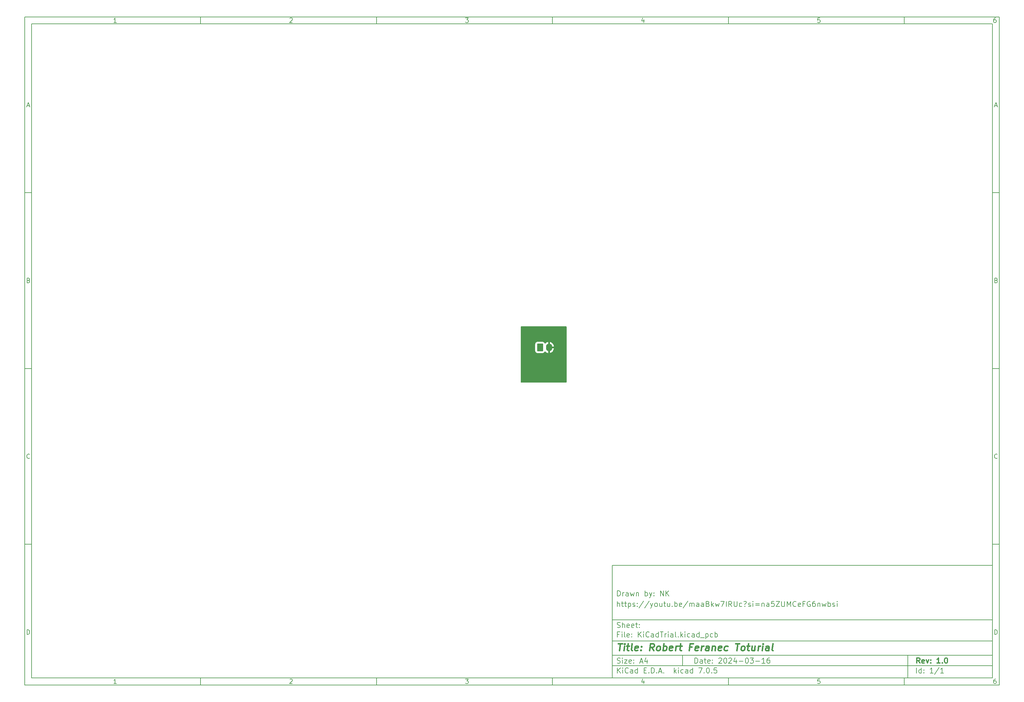
<source format=gbr>
%TF.GenerationSoftware,KiCad,Pcbnew,7.0.5*%
%TF.CreationDate,2024-05-21T11:35:56-04:00*%
%TF.ProjectId,KiCadTrial,4b694361-6454-4726-9961-6c2e6b696361,1.0*%
%TF.SameCoordinates,Original*%
%TF.FileFunction,Copper,L2,Bot*%
%TF.FilePolarity,Positive*%
%FSLAX46Y46*%
G04 Gerber Fmt 4.6, Leading zero omitted, Abs format (unit mm)*
G04 Created by KiCad (PCBNEW 7.0.5) date 2024-05-21 11:35:56*
%MOMM*%
%LPD*%
G01*
G04 APERTURE LIST*
G04 Aperture macros list*
%AMRoundRect*
0 Rectangle with rounded corners*
0 $1 Rounding radius*
0 $2 $3 $4 $5 $6 $7 $8 $9 X,Y pos of 4 corners*
0 Add a 4 corners polygon primitive as box body*
4,1,4,$2,$3,$4,$5,$6,$7,$8,$9,$2,$3,0*
0 Add four circle primitives for the rounded corners*
1,1,$1+$1,$2,$3*
1,1,$1+$1,$4,$5*
1,1,$1+$1,$6,$7*
1,1,$1+$1,$8,$9*
0 Add four rect primitives between the rounded corners*
20,1,$1+$1,$2,$3,$4,$5,0*
20,1,$1+$1,$4,$5,$6,$7,0*
20,1,$1+$1,$6,$7,$8,$9,0*
20,1,$1+$1,$8,$9,$2,$3,0*%
G04 Aperture macros list end*
%ADD10C,0.100000*%
%ADD11C,0.150000*%
%ADD12C,0.300000*%
%ADD13C,0.400000*%
%TA.AperFunction,ComponentPad*%
%ADD14RoundRect,0.250000X-0.620000X-0.845000X0.620000X-0.845000X0.620000X0.845000X-0.620000X0.845000X0*%
%TD*%
%TA.AperFunction,ComponentPad*%
%ADD15O,1.740000X2.190000*%
%TD*%
G04 APERTURE END LIST*
D10*
D11*
X177002200Y-166007200D02*
X285002200Y-166007200D01*
X285002200Y-198007200D01*
X177002200Y-198007200D01*
X177002200Y-166007200D01*
D10*
D11*
X10000000Y-10000000D02*
X287002200Y-10000000D01*
X287002200Y-200007200D01*
X10000000Y-200007200D01*
X10000000Y-10000000D01*
D10*
D11*
X12000000Y-12000000D02*
X285002200Y-12000000D01*
X285002200Y-198007200D01*
X12000000Y-198007200D01*
X12000000Y-12000000D01*
D10*
D11*
X60000000Y-12000000D02*
X60000000Y-10000000D01*
D10*
D11*
X110000000Y-12000000D02*
X110000000Y-10000000D01*
D10*
D11*
X160000000Y-12000000D02*
X160000000Y-10000000D01*
D10*
D11*
X210000000Y-12000000D02*
X210000000Y-10000000D01*
D10*
D11*
X260000000Y-12000000D02*
X260000000Y-10000000D01*
D10*
D11*
X36089160Y-11593604D02*
X35346303Y-11593604D01*
X35717731Y-11593604D02*
X35717731Y-10293604D01*
X35717731Y-10293604D02*
X35593922Y-10479319D01*
X35593922Y-10479319D02*
X35470112Y-10603128D01*
X35470112Y-10603128D02*
X35346303Y-10665033D01*
D10*
D11*
X85346303Y-10417414D02*
X85408207Y-10355509D01*
X85408207Y-10355509D02*
X85532017Y-10293604D01*
X85532017Y-10293604D02*
X85841541Y-10293604D01*
X85841541Y-10293604D02*
X85965350Y-10355509D01*
X85965350Y-10355509D02*
X86027255Y-10417414D01*
X86027255Y-10417414D02*
X86089160Y-10541223D01*
X86089160Y-10541223D02*
X86089160Y-10665033D01*
X86089160Y-10665033D02*
X86027255Y-10850747D01*
X86027255Y-10850747D02*
X85284398Y-11593604D01*
X85284398Y-11593604D02*
X86089160Y-11593604D01*
D10*
D11*
X135284398Y-10293604D02*
X136089160Y-10293604D01*
X136089160Y-10293604D02*
X135655826Y-10788842D01*
X135655826Y-10788842D02*
X135841541Y-10788842D01*
X135841541Y-10788842D02*
X135965350Y-10850747D01*
X135965350Y-10850747D02*
X136027255Y-10912652D01*
X136027255Y-10912652D02*
X136089160Y-11036461D01*
X136089160Y-11036461D02*
X136089160Y-11345985D01*
X136089160Y-11345985D02*
X136027255Y-11469795D01*
X136027255Y-11469795D02*
X135965350Y-11531700D01*
X135965350Y-11531700D02*
X135841541Y-11593604D01*
X135841541Y-11593604D02*
X135470112Y-11593604D01*
X135470112Y-11593604D02*
X135346303Y-11531700D01*
X135346303Y-11531700D02*
X135284398Y-11469795D01*
D10*
D11*
X185965350Y-10726938D02*
X185965350Y-11593604D01*
X185655826Y-10231700D02*
X185346303Y-11160271D01*
X185346303Y-11160271D02*
X186151064Y-11160271D01*
D10*
D11*
X236027255Y-10293604D02*
X235408207Y-10293604D01*
X235408207Y-10293604D02*
X235346303Y-10912652D01*
X235346303Y-10912652D02*
X235408207Y-10850747D01*
X235408207Y-10850747D02*
X235532017Y-10788842D01*
X235532017Y-10788842D02*
X235841541Y-10788842D01*
X235841541Y-10788842D02*
X235965350Y-10850747D01*
X235965350Y-10850747D02*
X236027255Y-10912652D01*
X236027255Y-10912652D02*
X236089160Y-11036461D01*
X236089160Y-11036461D02*
X236089160Y-11345985D01*
X236089160Y-11345985D02*
X236027255Y-11469795D01*
X236027255Y-11469795D02*
X235965350Y-11531700D01*
X235965350Y-11531700D02*
X235841541Y-11593604D01*
X235841541Y-11593604D02*
X235532017Y-11593604D01*
X235532017Y-11593604D02*
X235408207Y-11531700D01*
X235408207Y-11531700D02*
X235346303Y-11469795D01*
D10*
D11*
X285965350Y-10293604D02*
X285717731Y-10293604D01*
X285717731Y-10293604D02*
X285593922Y-10355509D01*
X285593922Y-10355509D02*
X285532017Y-10417414D01*
X285532017Y-10417414D02*
X285408207Y-10603128D01*
X285408207Y-10603128D02*
X285346303Y-10850747D01*
X285346303Y-10850747D02*
X285346303Y-11345985D01*
X285346303Y-11345985D02*
X285408207Y-11469795D01*
X285408207Y-11469795D02*
X285470112Y-11531700D01*
X285470112Y-11531700D02*
X285593922Y-11593604D01*
X285593922Y-11593604D02*
X285841541Y-11593604D01*
X285841541Y-11593604D02*
X285965350Y-11531700D01*
X285965350Y-11531700D02*
X286027255Y-11469795D01*
X286027255Y-11469795D02*
X286089160Y-11345985D01*
X286089160Y-11345985D02*
X286089160Y-11036461D01*
X286089160Y-11036461D02*
X286027255Y-10912652D01*
X286027255Y-10912652D02*
X285965350Y-10850747D01*
X285965350Y-10850747D02*
X285841541Y-10788842D01*
X285841541Y-10788842D02*
X285593922Y-10788842D01*
X285593922Y-10788842D02*
X285470112Y-10850747D01*
X285470112Y-10850747D02*
X285408207Y-10912652D01*
X285408207Y-10912652D02*
X285346303Y-11036461D01*
D10*
D11*
X60000000Y-198007200D02*
X60000000Y-200007200D01*
D10*
D11*
X110000000Y-198007200D02*
X110000000Y-200007200D01*
D10*
D11*
X160000000Y-198007200D02*
X160000000Y-200007200D01*
D10*
D11*
X210000000Y-198007200D02*
X210000000Y-200007200D01*
D10*
D11*
X260000000Y-198007200D02*
X260000000Y-200007200D01*
D10*
D11*
X36089160Y-199600804D02*
X35346303Y-199600804D01*
X35717731Y-199600804D02*
X35717731Y-198300804D01*
X35717731Y-198300804D02*
X35593922Y-198486519D01*
X35593922Y-198486519D02*
X35470112Y-198610328D01*
X35470112Y-198610328D02*
X35346303Y-198672233D01*
D10*
D11*
X85346303Y-198424614D02*
X85408207Y-198362709D01*
X85408207Y-198362709D02*
X85532017Y-198300804D01*
X85532017Y-198300804D02*
X85841541Y-198300804D01*
X85841541Y-198300804D02*
X85965350Y-198362709D01*
X85965350Y-198362709D02*
X86027255Y-198424614D01*
X86027255Y-198424614D02*
X86089160Y-198548423D01*
X86089160Y-198548423D02*
X86089160Y-198672233D01*
X86089160Y-198672233D02*
X86027255Y-198857947D01*
X86027255Y-198857947D02*
X85284398Y-199600804D01*
X85284398Y-199600804D02*
X86089160Y-199600804D01*
D10*
D11*
X135284398Y-198300804D02*
X136089160Y-198300804D01*
X136089160Y-198300804D02*
X135655826Y-198796042D01*
X135655826Y-198796042D02*
X135841541Y-198796042D01*
X135841541Y-198796042D02*
X135965350Y-198857947D01*
X135965350Y-198857947D02*
X136027255Y-198919852D01*
X136027255Y-198919852D02*
X136089160Y-199043661D01*
X136089160Y-199043661D02*
X136089160Y-199353185D01*
X136089160Y-199353185D02*
X136027255Y-199476995D01*
X136027255Y-199476995D02*
X135965350Y-199538900D01*
X135965350Y-199538900D02*
X135841541Y-199600804D01*
X135841541Y-199600804D02*
X135470112Y-199600804D01*
X135470112Y-199600804D02*
X135346303Y-199538900D01*
X135346303Y-199538900D02*
X135284398Y-199476995D01*
D10*
D11*
X185965350Y-198734138D02*
X185965350Y-199600804D01*
X185655826Y-198238900D02*
X185346303Y-199167471D01*
X185346303Y-199167471D02*
X186151064Y-199167471D01*
D10*
D11*
X236027255Y-198300804D02*
X235408207Y-198300804D01*
X235408207Y-198300804D02*
X235346303Y-198919852D01*
X235346303Y-198919852D02*
X235408207Y-198857947D01*
X235408207Y-198857947D02*
X235532017Y-198796042D01*
X235532017Y-198796042D02*
X235841541Y-198796042D01*
X235841541Y-198796042D02*
X235965350Y-198857947D01*
X235965350Y-198857947D02*
X236027255Y-198919852D01*
X236027255Y-198919852D02*
X236089160Y-199043661D01*
X236089160Y-199043661D02*
X236089160Y-199353185D01*
X236089160Y-199353185D02*
X236027255Y-199476995D01*
X236027255Y-199476995D02*
X235965350Y-199538900D01*
X235965350Y-199538900D02*
X235841541Y-199600804D01*
X235841541Y-199600804D02*
X235532017Y-199600804D01*
X235532017Y-199600804D02*
X235408207Y-199538900D01*
X235408207Y-199538900D02*
X235346303Y-199476995D01*
D10*
D11*
X285965350Y-198300804D02*
X285717731Y-198300804D01*
X285717731Y-198300804D02*
X285593922Y-198362709D01*
X285593922Y-198362709D02*
X285532017Y-198424614D01*
X285532017Y-198424614D02*
X285408207Y-198610328D01*
X285408207Y-198610328D02*
X285346303Y-198857947D01*
X285346303Y-198857947D02*
X285346303Y-199353185D01*
X285346303Y-199353185D02*
X285408207Y-199476995D01*
X285408207Y-199476995D02*
X285470112Y-199538900D01*
X285470112Y-199538900D02*
X285593922Y-199600804D01*
X285593922Y-199600804D02*
X285841541Y-199600804D01*
X285841541Y-199600804D02*
X285965350Y-199538900D01*
X285965350Y-199538900D02*
X286027255Y-199476995D01*
X286027255Y-199476995D02*
X286089160Y-199353185D01*
X286089160Y-199353185D02*
X286089160Y-199043661D01*
X286089160Y-199043661D02*
X286027255Y-198919852D01*
X286027255Y-198919852D02*
X285965350Y-198857947D01*
X285965350Y-198857947D02*
X285841541Y-198796042D01*
X285841541Y-198796042D02*
X285593922Y-198796042D01*
X285593922Y-198796042D02*
X285470112Y-198857947D01*
X285470112Y-198857947D02*
X285408207Y-198919852D01*
X285408207Y-198919852D02*
X285346303Y-199043661D01*
D10*
D11*
X10000000Y-60000000D02*
X12000000Y-60000000D01*
D10*
D11*
X10000000Y-110000000D02*
X12000000Y-110000000D01*
D10*
D11*
X10000000Y-160000000D02*
X12000000Y-160000000D01*
D10*
D11*
X10690476Y-35222176D02*
X11309523Y-35222176D01*
X10566666Y-35593604D02*
X10999999Y-34293604D01*
X10999999Y-34293604D02*
X11433333Y-35593604D01*
D10*
D11*
X11092857Y-84912652D02*
X11278571Y-84974557D01*
X11278571Y-84974557D02*
X11340476Y-85036461D01*
X11340476Y-85036461D02*
X11402380Y-85160271D01*
X11402380Y-85160271D02*
X11402380Y-85345985D01*
X11402380Y-85345985D02*
X11340476Y-85469795D01*
X11340476Y-85469795D02*
X11278571Y-85531700D01*
X11278571Y-85531700D02*
X11154761Y-85593604D01*
X11154761Y-85593604D02*
X10659523Y-85593604D01*
X10659523Y-85593604D02*
X10659523Y-84293604D01*
X10659523Y-84293604D02*
X11092857Y-84293604D01*
X11092857Y-84293604D02*
X11216666Y-84355509D01*
X11216666Y-84355509D02*
X11278571Y-84417414D01*
X11278571Y-84417414D02*
X11340476Y-84541223D01*
X11340476Y-84541223D02*
X11340476Y-84665033D01*
X11340476Y-84665033D02*
X11278571Y-84788842D01*
X11278571Y-84788842D02*
X11216666Y-84850747D01*
X11216666Y-84850747D02*
X11092857Y-84912652D01*
X11092857Y-84912652D02*
X10659523Y-84912652D01*
D10*
D11*
X11402380Y-135469795D02*
X11340476Y-135531700D01*
X11340476Y-135531700D02*
X11154761Y-135593604D01*
X11154761Y-135593604D02*
X11030952Y-135593604D01*
X11030952Y-135593604D02*
X10845238Y-135531700D01*
X10845238Y-135531700D02*
X10721428Y-135407890D01*
X10721428Y-135407890D02*
X10659523Y-135284080D01*
X10659523Y-135284080D02*
X10597619Y-135036461D01*
X10597619Y-135036461D02*
X10597619Y-134850747D01*
X10597619Y-134850747D02*
X10659523Y-134603128D01*
X10659523Y-134603128D02*
X10721428Y-134479319D01*
X10721428Y-134479319D02*
X10845238Y-134355509D01*
X10845238Y-134355509D02*
X11030952Y-134293604D01*
X11030952Y-134293604D02*
X11154761Y-134293604D01*
X11154761Y-134293604D02*
X11340476Y-134355509D01*
X11340476Y-134355509D02*
X11402380Y-134417414D01*
D10*
D11*
X10659523Y-185593604D02*
X10659523Y-184293604D01*
X10659523Y-184293604D02*
X10969047Y-184293604D01*
X10969047Y-184293604D02*
X11154761Y-184355509D01*
X11154761Y-184355509D02*
X11278571Y-184479319D01*
X11278571Y-184479319D02*
X11340476Y-184603128D01*
X11340476Y-184603128D02*
X11402380Y-184850747D01*
X11402380Y-184850747D02*
X11402380Y-185036461D01*
X11402380Y-185036461D02*
X11340476Y-185284080D01*
X11340476Y-185284080D02*
X11278571Y-185407890D01*
X11278571Y-185407890D02*
X11154761Y-185531700D01*
X11154761Y-185531700D02*
X10969047Y-185593604D01*
X10969047Y-185593604D02*
X10659523Y-185593604D01*
D10*
D11*
X287002200Y-60000000D02*
X285002200Y-60000000D01*
D10*
D11*
X287002200Y-110000000D02*
X285002200Y-110000000D01*
D10*
D11*
X287002200Y-160000000D02*
X285002200Y-160000000D01*
D10*
D11*
X285692676Y-35222176D02*
X286311723Y-35222176D01*
X285568866Y-35593604D02*
X286002199Y-34293604D01*
X286002199Y-34293604D02*
X286435533Y-35593604D01*
D10*
D11*
X286095057Y-84912652D02*
X286280771Y-84974557D01*
X286280771Y-84974557D02*
X286342676Y-85036461D01*
X286342676Y-85036461D02*
X286404580Y-85160271D01*
X286404580Y-85160271D02*
X286404580Y-85345985D01*
X286404580Y-85345985D02*
X286342676Y-85469795D01*
X286342676Y-85469795D02*
X286280771Y-85531700D01*
X286280771Y-85531700D02*
X286156961Y-85593604D01*
X286156961Y-85593604D02*
X285661723Y-85593604D01*
X285661723Y-85593604D02*
X285661723Y-84293604D01*
X285661723Y-84293604D02*
X286095057Y-84293604D01*
X286095057Y-84293604D02*
X286218866Y-84355509D01*
X286218866Y-84355509D02*
X286280771Y-84417414D01*
X286280771Y-84417414D02*
X286342676Y-84541223D01*
X286342676Y-84541223D02*
X286342676Y-84665033D01*
X286342676Y-84665033D02*
X286280771Y-84788842D01*
X286280771Y-84788842D02*
X286218866Y-84850747D01*
X286218866Y-84850747D02*
X286095057Y-84912652D01*
X286095057Y-84912652D02*
X285661723Y-84912652D01*
D10*
D11*
X286404580Y-135469795D02*
X286342676Y-135531700D01*
X286342676Y-135531700D02*
X286156961Y-135593604D01*
X286156961Y-135593604D02*
X286033152Y-135593604D01*
X286033152Y-135593604D02*
X285847438Y-135531700D01*
X285847438Y-135531700D02*
X285723628Y-135407890D01*
X285723628Y-135407890D02*
X285661723Y-135284080D01*
X285661723Y-135284080D02*
X285599819Y-135036461D01*
X285599819Y-135036461D02*
X285599819Y-134850747D01*
X285599819Y-134850747D02*
X285661723Y-134603128D01*
X285661723Y-134603128D02*
X285723628Y-134479319D01*
X285723628Y-134479319D02*
X285847438Y-134355509D01*
X285847438Y-134355509D02*
X286033152Y-134293604D01*
X286033152Y-134293604D02*
X286156961Y-134293604D01*
X286156961Y-134293604D02*
X286342676Y-134355509D01*
X286342676Y-134355509D02*
X286404580Y-134417414D01*
D10*
D11*
X285661723Y-185593604D02*
X285661723Y-184293604D01*
X285661723Y-184293604D02*
X285971247Y-184293604D01*
X285971247Y-184293604D02*
X286156961Y-184355509D01*
X286156961Y-184355509D02*
X286280771Y-184479319D01*
X286280771Y-184479319D02*
X286342676Y-184603128D01*
X286342676Y-184603128D02*
X286404580Y-184850747D01*
X286404580Y-184850747D02*
X286404580Y-185036461D01*
X286404580Y-185036461D02*
X286342676Y-185284080D01*
X286342676Y-185284080D02*
X286280771Y-185407890D01*
X286280771Y-185407890D02*
X286156961Y-185531700D01*
X286156961Y-185531700D02*
X285971247Y-185593604D01*
X285971247Y-185593604D02*
X285661723Y-185593604D01*
D10*
D11*
X200458026Y-193793328D02*
X200458026Y-192293328D01*
X200458026Y-192293328D02*
X200815169Y-192293328D01*
X200815169Y-192293328D02*
X201029455Y-192364757D01*
X201029455Y-192364757D02*
X201172312Y-192507614D01*
X201172312Y-192507614D02*
X201243741Y-192650471D01*
X201243741Y-192650471D02*
X201315169Y-192936185D01*
X201315169Y-192936185D02*
X201315169Y-193150471D01*
X201315169Y-193150471D02*
X201243741Y-193436185D01*
X201243741Y-193436185D02*
X201172312Y-193579042D01*
X201172312Y-193579042D02*
X201029455Y-193721900D01*
X201029455Y-193721900D02*
X200815169Y-193793328D01*
X200815169Y-193793328D02*
X200458026Y-193793328D01*
X202600884Y-193793328D02*
X202600884Y-193007614D01*
X202600884Y-193007614D02*
X202529455Y-192864757D01*
X202529455Y-192864757D02*
X202386598Y-192793328D01*
X202386598Y-192793328D02*
X202100884Y-192793328D01*
X202100884Y-192793328D02*
X201958026Y-192864757D01*
X202600884Y-193721900D02*
X202458026Y-193793328D01*
X202458026Y-193793328D02*
X202100884Y-193793328D01*
X202100884Y-193793328D02*
X201958026Y-193721900D01*
X201958026Y-193721900D02*
X201886598Y-193579042D01*
X201886598Y-193579042D02*
X201886598Y-193436185D01*
X201886598Y-193436185D02*
X201958026Y-193293328D01*
X201958026Y-193293328D02*
X202100884Y-193221900D01*
X202100884Y-193221900D02*
X202458026Y-193221900D01*
X202458026Y-193221900D02*
X202600884Y-193150471D01*
X203100884Y-192793328D02*
X203672312Y-192793328D01*
X203315169Y-192293328D02*
X203315169Y-193579042D01*
X203315169Y-193579042D02*
X203386598Y-193721900D01*
X203386598Y-193721900D02*
X203529455Y-193793328D01*
X203529455Y-193793328D02*
X203672312Y-193793328D01*
X204743741Y-193721900D02*
X204600884Y-193793328D01*
X204600884Y-193793328D02*
X204315170Y-193793328D01*
X204315170Y-193793328D02*
X204172312Y-193721900D01*
X204172312Y-193721900D02*
X204100884Y-193579042D01*
X204100884Y-193579042D02*
X204100884Y-193007614D01*
X204100884Y-193007614D02*
X204172312Y-192864757D01*
X204172312Y-192864757D02*
X204315170Y-192793328D01*
X204315170Y-192793328D02*
X204600884Y-192793328D01*
X204600884Y-192793328D02*
X204743741Y-192864757D01*
X204743741Y-192864757D02*
X204815170Y-193007614D01*
X204815170Y-193007614D02*
X204815170Y-193150471D01*
X204815170Y-193150471D02*
X204100884Y-193293328D01*
X205458026Y-193650471D02*
X205529455Y-193721900D01*
X205529455Y-193721900D02*
X205458026Y-193793328D01*
X205458026Y-193793328D02*
X205386598Y-193721900D01*
X205386598Y-193721900D02*
X205458026Y-193650471D01*
X205458026Y-193650471D02*
X205458026Y-193793328D01*
X205458026Y-192864757D02*
X205529455Y-192936185D01*
X205529455Y-192936185D02*
X205458026Y-193007614D01*
X205458026Y-193007614D02*
X205386598Y-192936185D01*
X205386598Y-192936185D02*
X205458026Y-192864757D01*
X205458026Y-192864757D02*
X205458026Y-193007614D01*
X207243741Y-192436185D02*
X207315169Y-192364757D01*
X207315169Y-192364757D02*
X207458027Y-192293328D01*
X207458027Y-192293328D02*
X207815169Y-192293328D01*
X207815169Y-192293328D02*
X207958027Y-192364757D01*
X207958027Y-192364757D02*
X208029455Y-192436185D01*
X208029455Y-192436185D02*
X208100884Y-192579042D01*
X208100884Y-192579042D02*
X208100884Y-192721900D01*
X208100884Y-192721900D02*
X208029455Y-192936185D01*
X208029455Y-192936185D02*
X207172312Y-193793328D01*
X207172312Y-193793328D02*
X208100884Y-193793328D01*
X209029455Y-192293328D02*
X209172312Y-192293328D01*
X209172312Y-192293328D02*
X209315169Y-192364757D01*
X209315169Y-192364757D02*
X209386598Y-192436185D01*
X209386598Y-192436185D02*
X209458026Y-192579042D01*
X209458026Y-192579042D02*
X209529455Y-192864757D01*
X209529455Y-192864757D02*
X209529455Y-193221900D01*
X209529455Y-193221900D02*
X209458026Y-193507614D01*
X209458026Y-193507614D02*
X209386598Y-193650471D01*
X209386598Y-193650471D02*
X209315169Y-193721900D01*
X209315169Y-193721900D02*
X209172312Y-193793328D01*
X209172312Y-193793328D02*
X209029455Y-193793328D01*
X209029455Y-193793328D02*
X208886598Y-193721900D01*
X208886598Y-193721900D02*
X208815169Y-193650471D01*
X208815169Y-193650471D02*
X208743740Y-193507614D01*
X208743740Y-193507614D02*
X208672312Y-193221900D01*
X208672312Y-193221900D02*
X208672312Y-192864757D01*
X208672312Y-192864757D02*
X208743740Y-192579042D01*
X208743740Y-192579042D02*
X208815169Y-192436185D01*
X208815169Y-192436185D02*
X208886598Y-192364757D01*
X208886598Y-192364757D02*
X209029455Y-192293328D01*
X210100883Y-192436185D02*
X210172311Y-192364757D01*
X210172311Y-192364757D02*
X210315169Y-192293328D01*
X210315169Y-192293328D02*
X210672311Y-192293328D01*
X210672311Y-192293328D02*
X210815169Y-192364757D01*
X210815169Y-192364757D02*
X210886597Y-192436185D01*
X210886597Y-192436185D02*
X210958026Y-192579042D01*
X210958026Y-192579042D02*
X210958026Y-192721900D01*
X210958026Y-192721900D02*
X210886597Y-192936185D01*
X210886597Y-192936185D02*
X210029454Y-193793328D01*
X210029454Y-193793328D02*
X210958026Y-193793328D01*
X212243740Y-192793328D02*
X212243740Y-193793328D01*
X211886597Y-192221900D02*
X211529454Y-193293328D01*
X211529454Y-193293328D02*
X212458025Y-193293328D01*
X213029453Y-193221900D02*
X214172311Y-193221900D01*
X215172311Y-192293328D02*
X215315168Y-192293328D01*
X215315168Y-192293328D02*
X215458025Y-192364757D01*
X215458025Y-192364757D02*
X215529454Y-192436185D01*
X215529454Y-192436185D02*
X215600882Y-192579042D01*
X215600882Y-192579042D02*
X215672311Y-192864757D01*
X215672311Y-192864757D02*
X215672311Y-193221900D01*
X215672311Y-193221900D02*
X215600882Y-193507614D01*
X215600882Y-193507614D02*
X215529454Y-193650471D01*
X215529454Y-193650471D02*
X215458025Y-193721900D01*
X215458025Y-193721900D02*
X215315168Y-193793328D01*
X215315168Y-193793328D02*
X215172311Y-193793328D01*
X215172311Y-193793328D02*
X215029454Y-193721900D01*
X215029454Y-193721900D02*
X214958025Y-193650471D01*
X214958025Y-193650471D02*
X214886596Y-193507614D01*
X214886596Y-193507614D02*
X214815168Y-193221900D01*
X214815168Y-193221900D02*
X214815168Y-192864757D01*
X214815168Y-192864757D02*
X214886596Y-192579042D01*
X214886596Y-192579042D02*
X214958025Y-192436185D01*
X214958025Y-192436185D02*
X215029454Y-192364757D01*
X215029454Y-192364757D02*
X215172311Y-192293328D01*
X216172310Y-192293328D02*
X217100882Y-192293328D01*
X217100882Y-192293328D02*
X216600882Y-192864757D01*
X216600882Y-192864757D02*
X216815167Y-192864757D01*
X216815167Y-192864757D02*
X216958025Y-192936185D01*
X216958025Y-192936185D02*
X217029453Y-193007614D01*
X217029453Y-193007614D02*
X217100882Y-193150471D01*
X217100882Y-193150471D02*
X217100882Y-193507614D01*
X217100882Y-193507614D02*
X217029453Y-193650471D01*
X217029453Y-193650471D02*
X216958025Y-193721900D01*
X216958025Y-193721900D02*
X216815167Y-193793328D01*
X216815167Y-193793328D02*
X216386596Y-193793328D01*
X216386596Y-193793328D02*
X216243739Y-193721900D01*
X216243739Y-193721900D02*
X216172310Y-193650471D01*
X217743738Y-193221900D02*
X218886596Y-193221900D01*
X220386596Y-193793328D02*
X219529453Y-193793328D01*
X219958024Y-193793328D02*
X219958024Y-192293328D01*
X219958024Y-192293328D02*
X219815167Y-192507614D01*
X219815167Y-192507614D02*
X219672310Y-192650471D01*
X219672310Y-192650471D02*
X219529453Y-192721900D01*
X221672310Y-192293328D02*
X221386595Y-192293328D01*
X221386595Y-192293328D02*
X221243738Y-192364757D01*
X221243738Y-192364757D02*
X221172310Y-192436185D01*
X221172310Y-192436185D02*
X221029452Y-192650471D01*
X221029452Y-192650471D02*
X220958024Y-192936185D01*
X220958024Y-192936185D02*
X220958024Y-193507614D01*
X220958024Y-193507614D02*
X221029452Y-193650471D01*
X221029452Y-193650471D02*
X221100881Y-193721900D01*
X221100881Y-193721900D02*
X221243738Y-193793328D01*
X221243738Y-193793328D02*
X221529452Y-193793328D01*
X221529452Y-193793328D02*
X221672310Y-193721900D01*
X221672310Y-193721900D02*
X221743738Y-193650471D01*
X221743738Y-193650471D02*
X221815167Y-193507614D01*
X221815167Y-193507614D02*
X221815167Y-193150471D01*
X221815167Y-193150471D02*
X221743738Y-193007614D01*
X221743738Y-193007614D02*
X221672310Y-192936185D01*
X221672310Y-192936185D02*
X221529452Y-192864757D01*
X221529452Y-192864757D02*
X221243738Y-192864757D01*
X221243738Y-192864757D02*
X221100881Y-192936185D01*
X221100881Y-192936185D02*
X221029452Y-193007614D01*
X221029452Y-193007614D02*
X220958024Y-193150471D01*
D10*
D11*
X177002200Y-194507200D02*
X285002200Y-194507200D01*
D10*
D11*
X178458026Y-196593328D02*
X178458026Y-195093328D01*
X179315169Y-196593328D02*
X178672312Y-195736185D01*
X179315169Y-195093328D02*
X178458026Y-195950471D01*
X179958026Y-196593328D02*
X179958026Y-195593328D01*
X179958026Y-195093328D02*
X179886598Y-195164757D01*
X179886598Y-195164757D02*
X179958026Y-195236185D01*
X179958026Y-195236185D02*
X180029455Y-195164757D01*
X180029455Y-195164757D02*
X179958026Y-195093328D01*
X179958026Y-195093328D02*
X179958026Y-195236185D01*
X181529455Y-196450471D02*
X181458027Y-196521900D01*
X181458027Y-196521900D02*
X181243741Y-196593328D01*
X181243741Y-196593328D02*
X181100884Y-196593328D01*
X181100884Y-196593328D02*
X180886598Y-196521900D01*
X180886598Y-196521900D02*
X180743741Y-196379042D01*
X180743741Y-196379042D02*
X180672312Y-196236185D01*
X180672312Y-196236185D02*
X180600884Y-195950471D01*
X180600884Y-195950471D02*
X180600884Y-195736185D01*
X180600884Y-195736185D02*
X180672312Y-195450471D01*
X180672312Y-195450471D02*
X180743741Y-195307614D01*
X180743741Y-195307614D02*
X180886598Y-195164757D01*
X180886598Y-195164757D02*
X181100884Y-195093328D01*
X181100884Y-195093328D02*
X181243741Y-195093328D01*
X181243741Y-195093328D02*
X181458027Y-195164757D01*
X181458027Y-195164757D02*
X181529455Y-195236185D01*
X182815170Y-196593328D02*
X182815170Y-195807614D01*
X182815170Y-195807614D02*
X182743741Y-195664757D01*
X182743741Y-195664757D02*
X182600884Y-195593328D01*
X182600884Y-195593328D02*
X182315170Y-195593328D01*
X182315170Y-195593328D02*
X182172312Y-195664757D01*
X182815170Y-196521900D02*
X182672312Y-196593328D01*
X182672312Y-196593328D02*
X182315170Y-196593328D01*
X182315170Y-196593328D02*
X182172312Y-196521900D01*
X182172312Y-196521900D02*
X182100884Y-196379042D01*
X182100884Y-196379042D02*
X182100884Y-196236185D01*
X182100884Y-196236185D02*
X182172312Y-196093328D01*
X182172312Y-196093328D02*
X182315170Y-196021900D01*
X182315170Y-196021900D02*
X182672312Y-196021900D01*
X182672312Y-196021900D02*
X182815170Y-195950471D01*
X184172313Y-196593328D02*
X184172313Y-195093328D01*
X184172313Y-196521900D02*
X184029455Y-196593328D01*
X184029455Y-196593328D02*
X183743741Y-196593328D01*
X183743741Y-196593328D02*
X183600884Y-196521900D01*
X183600884Y-196521900D02*
X183529455Y-196450471D01*
X183529455Y-196450471D02*
X183458027Y-196307614D01*
X183458027Y-196307614D02*
X183458027Y-195879042D01*
X183458027Y-195879042D02*
X183529455Y-195736185D01*
X183529455Y-195736185D02*
X183600884Y-195664757D01*
X183600884Y-195664757D02*
X183743741Y-195593328D01*
X183743741Y-195593328D02*
X184029455Y-195593328D01*
X184029455Y-195593328D02*
X184172313Y-195664757D01*
X186029455Y-195807614D02*
X186529455Y-195807614D01*
X186743741Y-196593328D02*
X186029455Y-196593328D01*
X186029455Y-196593328D02*
X186029455Y-195093328D01*
X186029455Y-195093328D02*
X186743741Y-195093328D01*
X187386598Y-196450471D02*
X187458027Y-196521900D01*
X187458027Y-196521900D02*
X187386598Y-196593328D01*
X187386598Y-196593328D02*
X187315170Y-196521900D01*
X187315170Y-196521900D02*
X187386598Y-196450471D01*
X187386598Y-196450471D02*
X187386598Y-196593328D01*
X188100884Y-196593328D02*
X188100884Y-195093328D01*
X188100884Y-195093328D02*
X188458027Y-195093328D01*
X188458027Y-195093328D02*
X188672313Y-195164757D01*
X188672313Y-195164757D02*
X188815170Y-195307614D01*
X188815170Y-195307614D02*
X188886599Y-195450471D01*
X188886599Y-195450471D02*
X188958027Y-195736185D01*
X188958027Y-195736185D02*
X188958027Y-195950471D01*
X188958027Y-195950471D02*
X188886599Y-196236185D01*
X188886599Y-196236185D02*
X188815170Y-196379042D01*
X188815170Y-196379042D02*
X188672313Y-196521900D01*
X188672313Y-196521900D02*
X188458027Y-196593328D01*
X188458027Y-196593328D02*
X188100884Y-196593328D01*
X189600884Y-196450471D02*
X189672313Y-196521900D01*
X189672313Y-196521900D02*
X189600884Y-196593328D01*
X189600884Y-196593328D02*
X189529456Y-196521900D01*
X189529456Y-196521900D02*
X189600884Y-196450471D01*
X189600884Y-196450471D02*
X189600884Y-196593328D01*
X190243742Y-196164757D02*
X190958028Y-196164757D01*
X190100885Y-196593328D02*
X190600885Y-195093328D01*
X190600885Y-195093328D02*
X191100885Y-196593328D01*
X191600884Y-196450471D02*
X191672313Y-196521900D01*
X191672313Y-196521900D02*
X191600884Y-196593328D01*
X191600884Y-196593328D02*
X191529456Y-196521900D01*
X191529456Y-196521900D02*
X191600884Y-196450471D01*
X191600884Y-196450471D02*
X191600884Y-196593328D01*
X194600884Y-196593328D02*
X194600884Y-195093328D01*
X194743742Y-196021900D02*
X195172313Y-196593328D01*
X195172313Y-195593328D02*
X194600884Y-196164757D01*
X195815170Y-196593328D02*
X195815170Y-195593328D01*
X195815170Y-195093328D02*
X195743742Y-195164757D01*
X195743742Y-195164757D02*
X195815170Y-195236185D01*
X195815170Y-195236185D02*
X195886599Y-195164757D01*
X195886599Y-195164757D02*
X195815170Y-195093328D01*
X195815170Y-195093328D02*
X195815170Y-195236185D01*
X197172314Y-196521900D02*
X197029456Y-196593328D01*
X197029456Y-196593328D02*
X196743742Y-196593328D01*
X196743742Y-196593328D02*
X196600885Y-196521900D01*
X196600885Y-196521900D02*
X196529456Y-196450471D01*
X196529456Y-196450471D02*
X196458028Y-196307614D01*
X196458028Y-196307614D02*
X196458028Y-195879042D01*
X196458028Y-195879042D02*
X196529456Y-195736185D01*
X196529456Y-195736185D02*
X196600885Y-195664757D01*
X196600885Y-195664757D02*
X196743742Y-195593328D01*
X196743742Y-195593328D02*
X197029456Y-195593328D01*
X197029456Y-195593328D02*
X197172314Y-195664757D01*
X198458028Y-196593328D02*
X198458028Y-195807614D01*
X198458028Y-195807614D02*
X198386599Y-195664757D01*
X198386599Y-195664757D02*
X198243742Y-195593328D01*
X198243742Y-195593328D02*
X197958028Y-195593328D01*
X197958028Y-195593328D02*
X197815170Y-195664757D01*
X198458028Y-196521900D02*
X198315170Y-196593328D01*
X198315170Y-196593328D02*
X197958028Y-196593328D01*
X197958028Y-196593328D02*
X197815170Y-196521900D01*
X197815170Y-196521900D02*
X197743742Y-196379042D01*
X197743742Y-196379042D02*
X197743742Y-196236185D01*
X197743742Y-196236185D02*
X197815170Y-196093328D01*
X197815170Y-196093328D02*
X197958028Y-196021900D01*
X197958028Y-196021900D02*
X198315170Y-196021900D01*
X198315170Y-196021900D02*
X198458028Y-195950471D01*
X199815171Y-196593328D02*
X199815171Y-195093328D01*
X199815171Y-196521900D02*
X199672313Y-196593328D01*
X199672313Y-196593328D02*
X199386599Y-196593328D01*
X199386599Y-196593328D02*
X199243742Y-196521900D01*
X199243742Y-196521900D02*
X199172313Y-196450471D01*
X199172313Y-196450471D02*
X199100885Y-196307614D01*
X199100885Y-196307614D02*
X199100885Y-195879042D01*
X199100885Y-195879042D02*
X199172313Y-195736185D01*
X199172313Y-195736185D02*
X199243742Y-195664757D01*
X199243742Y-195664757D02*
X199386599Y-195593328D01*
X199386599Y-195593328D02*
X199672313Y-195593328D01*
X199672313Y-195593328D02*
X199815171Y-195664757D01*
X201529456Y-195093328D02*
X202529456Y-195093328D01*
X202529456Y-195093328D02*
X201886599Y-196593328D01*
X203100884Y-196450471D02*
X203172313Y-196521900D01*
X203172313Y-196521900D02*
X203100884Y-196593328D01*
X203100884Y-196593328D02*
X203029456Y-196521900D01*
X203029456Y-196521900D02*
X203100884Y-196450471D01*
X203100884Y-196450471D02*
X203100884Y-196593328D01*
X204100885Y-195093328D02*
X204243742Y-195093328D01*
X204243742Y-195093328D02*
X204386599Y-195164757D01*
X204386599Y-195164757D02*
X204458028Y-195236185D01*
X204458028Y-195236185D02*
X204529456Y-195379042D01*
X204529456Y-195379042D02*
X204600885Y-195664757D01*
X204600885Y-195664757D02*
X204600885Y-196021900D01*
X204600885Y-196021900D02*
X204529456Y-196307614D01*
X204529456Y-196307614D02*
X204458028Y-196450471D01*
X204458028Y-196450471D02*
X204386599Y-196521900D01*
X204386599Y-196521900D02*
X204243742Y-196593328D01*
X204243742Y-196593328D02*
X204100885Y-196593328D01*
X204100885Y-196593328D02*
X203958028Y-196521900D01*
X203958028Y-196521900D02*
X203886599Y-196450471D01*
X203886599Y-196450471D02*
X203815170Y-196307614D01*
X203815170Y-196307614D02*
X203743742Y-196021900D01*
X203743742Y-196021900D02*
X203743742Y-195664757D01*
X203743742Y-195664757D02*
X203815170Y-195379042D01*
X203815170Y-195379042D02*
X203886599Y-195236185D01*
X203886599Y-195236185D02*
X203958028Y-195164757D01*
X203958028Y-195164757D02*
X204100885Y-195093328D01*
X205243741Y-196450471D02*
X205315170Y-196521900D01*
X205315170Y-196521900D02*
X205243741Y-196593328D01*
X205243741Y-196593328D02*
X205172313Y-196521900D01*
X205172313Y-196521900D02*
X205243741Y-196450471D01*
X205243741Y-196450471D02*
X205243741Y-196593328D01*
X206672313Y-195093328D02*
X205958027Y-195093328D01*
X205958027Y-195093328D02*
X205886599Y-195807614D01*
X205886599Y-195807614D02*
X205958027Y-195736185D01*
X205958027Y-195736185D02*
X206100885Y-195664757D01*
X206100885Y-195664757D02*
X206458027Y-195664757D01*
X206458027Y-195664757D02*
X206600885Y-195736185D01*
X206600885Y-195736185D02*
X206672313Y-195807614D01*
X206672313Y-195807614D02*
X206743742Y-195950471D01*
X206743742Y-195950471D02*
X206743742Y-196307614D01*
X206743742Y-196307614D02*
X206672313Y-196450471D01*
X206672313Y-196450471D02*
X206600885Y-196521900D01*
X206600885Y-196521900D02*
X206458027Y-196593328D01*
X206458027Y-196593328D02*
X206100885Y-196593328D01*
X206100885Y-196593328D02*
X205958027Y-196521900D01*
X205958027Y-196521900D02*
X205886599Y-196450471D01*
D10*
D11*
X177002200Y-191507200D02*
X285002200Y-191507200D01*
D10*
D12*
X264413853Y-193785528D02*
X263913853Y-193071242D01*
X263556710Y-193785528D02*
X263556710Y-192285528D01*
X263556710Y-192285528D02*
X264128139Y-192285528D01*
X264128139Y-192285528D02*
X264270996Y-192356957D01*
X264270996Y-192356957D02*
X264342425Y-192428385D01*
X264342425Y-192428385D02*
X264413853Y-192571242D01*
X264413853Y-192571242D02*
X264413853Y-192785528D01*
X264413853Y-192785528D02*
X264342425Y-192928385D01*
X264342425Y-192928385D02*
X264270996Y-192999814D01*
X264270996Y-192999814D02*
X264128139Y-193071242D01*
X264128139Y-193071242D02*
X263556710Y-193071242D01*
X265628139Y-193714100D02*
X265485282Y-193785528D01*
X265485282Y-193785528D02*
X265199568Y-193785528D01*
X265199568Y-193785528D02*
X265056710Y-193714100D01*
X265056710Y-193714100D02*
X264985282Y-193571242D01*
X264985282Y-193571242D02*
X264985282Y-192999814D01*
X264985282Y-192999814D02*
X265056710Y-192856957D01*
X265056710Y-192856957D02*
X265199568Y-192785528D01*
X265199568Y-192785528D02*
X265485282Y-192785528D01*
X265485282Y-192785528D02*
X265628139Y-192856957D01*
X265628139Y-192856957D02*
X265699568Y-192999814D01*
X265699568Y-192999814D02*
X265699568Y-193142671D01*
X265699568Y-193142671D02*
X264985282Y-193285528D01*
X266199567Y-192785528D02*
X266556710Y-193785528D01*
X266556710Y-193785528D02*
X266913853Y-192785528D01*
X267485281Y-193642671D02*
X267556710Y-193714100D01*
X267556710Y-193714100D02*
X267485281Y-193785528D01*
X267485281Y-193785528D02*
X267413853Y-193714100D01*
X267413853Y-193714100D02*
X267485281Y-193642671D01*
X267485281Y-193642671D02*
X267485281Y-193785528D01*
X267485281Y-192856957D02*
X267556710Y-192928385D01*
X267556710Y-192928385D02*
X267485281Y-192999814D01*
X267485281Y-192999814D02*
X267413853Y-192928385D01*
X267413853Y-192928385D02*
X267485281Y-192856957D01*
X267485281Y-192856957D02*
X267485281Y-192999814D01*
X270128139Y-193785528D02*
X269270996Y-193785528D01*
X269699567Y-193785528D02*
X269699567Y-192285528D01*
X269699567Y-192285528D02*
X269556710Y-192499814D01*
X269556710Y-192499814D02*
X269413853Y-192642671D01*
X269413853Y-192642671D02*
X269270996Y-192714100D01*
X270770995Y-193642671D02*
X270842424Y-193714100D01*
X270842424Y-193714100D02*
X270770995Y-193785528D01*
X270770995Y-193785528D02*
X270699567Y-193714100D01*
X270699567Y-193714100D02*
X270770995Y-193642671D01*
X270770995Y-193642671D02*
X270770995Y-193785528D01*
X271770996Y-192285528D02*
X271913853Y-192285528D01*
X271913853Y-192285528D02*
X272056710Y-192356957D01*
X272056710Y-192356957D02*
X272128139Y-192428385D01*
X272128139Y-192428385D02*
X272199567Y-192571242D01*
X272199567Y-192571242D02*
X272270996Y-192856957D01*
X272270996Y-192856957D02*
X272270996Y-193214100D01*
X272270996Y-193214100D02*
X272199567Y-193499814D01*
X272199567Y-193499814D02*
X272128139Y-193642671D01*
X272128139Y-193642671D02*
X272056710Y-193714100D01*
X272056710Y-193714100D02*
X271913853Y-193785528D01*
X271913853Y-193785528D02*
X271770996Y-193785528D01*
X271770996Y-193785528D02*
X271628139Y-193714100D01*
X271628139Y-193714100D02*
X271556710Y-193642671D01*
X271556710Y-193642671D02*
X271485281Y-193499814D01*
X271485281Y-193499814D02*
X271413853Y-193214100D01*
X271413853Y-193214100D02*
X271413853Y-192856957D01*
X271413853Y-192856957D02*
X271485281Y-192571242D01*
X271485281Y-192571242D02*
X271556710Y-192428385D01*
X271556710Y-192428385D02*
X271628139Y-192356957D01*
X271628139Y-192356957D02*
X271770996Y-192285528D01*
D10*
D11*
X178386598Y-193721900D02*
X178600884Y-193793328D01*
X178600884Y-193793328D02*
X178958026Y-193793328D01*
X178958026Y-193793328D02*
X179100884Y-193721900D01*
X179100884Y-193721900D02*
X179172312Y-193650471D01*
X179172312Y-193650471D02*
X179243741Y-193507614D01*
X179243741Y-193507614D02*
X179243741Y-193364757D01*
X179243741Y-193364757D02*
X179172312Y-193221900D01*
X179172312Y-193221900D02*
X179100884Y-193150471D01*
X179100884Y-193150471D02*
X178958026Y-193079042D01*
X178958026Y-193079042D02*
X178672312Y-193007614D01*
X178672312Y-193007614D02*
X178529455Y-192936185D01*
X178529455Y-192936185D02*
X178458026Y-192864757D01*
X178458026Y-192864757D02*
X178386598Y-192721900D01*
X178386598Y-192721900D02*
X178386598Y-192579042D01*
X178386598Y-192579042D02*
X178458026Y-192436185D01*
X178458026Y-192436185D02*
X178529455Y-192364757D01*
X178529455Y-192364757D02*
X178672312Y-192293328D01*
X178672312Y-192293328D02*
X179029455Y-192293328D01*
X179029455Y-192293328D02*
X179243741Y-192364757D01*
X179886597Y-193793328D02*
X179886597Y-192793328D01*
X179886597Y-192293328D02*
X179815169Y-192364757D01*
X179815169Y-192364757D02*
X179886597Y-192436185D01*
X179886597Y-192436185D02*
X179958026Y-192364757D01*
X179958026Y-192364757D02*
X179886597Y-192293328D01*
X179886597Y-192293328D02*
X179886597Y-192436185D01*
X180458026Y-192793328D02*
X181243741Y-192793328D01*
X181243741Y-192793328D02*
X180458026Y-193793328D01*
X180458026Y-193793328D02*
X181243741Y-193793328D01*
X182386598Y-193721900D02*
X182243741Y-193793328D01*
X182243741Y-193793328D02*
X181958027Y-193793328D01*
X181958027Y-193793328D02*
X181815169Y-193721900D01*
X181815169Y-193721900D02*
X181743741Y-193579042D01*
X181743741Y-193579042D02*
X181743741Y-193007614D01*
X181743741Y-193007614D02*
X181815169Y-192864757D01*
X181815169Y-192864757D02*
X181958027Y-192793328D01*
X181958027Y-192793328D02*
X182243741Y-192793328D01*
X182243741Y-192793328D02*
X182386598Y-192864757D01*
X182386598Y-192864757D02*
X182458027Y-193007614D01*
X182458027Y-193007614D02*
X182458027Y-193150471D01*
X182458027Y-193150471D02*
X181743741Y-193293328D01*
X183100883Y-193650471D02*
X183172312Y-193721900D01*
X183172312Y-193721900D02*
X183100883Y-193793328D01*
X183100883Y-193793328D02*
X183029455Y-193721900D01*
X183029455Y-193721900D02*
X183100883Y-193650471D01*
X183100883Y-193650471D02*
X183100883Y-193793328D01*
X183100883Y-192864757D02*
X183172312Y-192936185D01*
X183172312Y-192936185D02*
X183100883Y-193007614D01*
X183100883Y-193007614D02*
X183029455Y-192936185D01*
X183029455Y-192936185D02*
X183100883Y-192864757D01*
X183100883Y-192864757D02*
X183100883Y-193007614D01*
X184886598Y-193364757D02*
X185600884Y-193364757D01*
X184743741Y-193793328D02*
X185243741Y-192293328D01*
X185243741Y-192293328D02*
X185743741Y-193793328D01*
X186886598Y-192793328D02*
X186886598Y-193793328D01*
X186529455Y-192221900D02*
X186172312Y-193293328D01*
X186172312Y-193293328D02*
X187100883Y-193293328D01*
D10*
D11*
X263458026Y-196593328D02*
X263458026Y-195093328D01*
X264815170Y-196593328D02*
X264815170Y-195093328D01*
X264815170Y-196521900D02*
X264672312Y-196593328D01*
X264672312Y-196593328D02*
X264386598Y-196593328D01*
X264386598Y-196593328D02*
X264243741Y-196521900D01*
X264243741Y-196521900D02*
X264172312Y-196450471D01*
X264172312Y-196450471D02*
X264100884Y-196307614D01*
X264100884Y-196307614D02*
X264100884Y-195879042D01*
X264100884Y-195879042D02*
X264172312Y-195736185D01*
X264172312Y-195736185D02*
X264243741Y-195664757D01*
X264243741Y-195664757D02*
X264386598Y-195593328D01*
X264386598Y-195593328D02*
X264672312Y-195593328D01*
X264672312Y-195593328D02*
X264815170Y-195664757D01*
X265529455Y-196450471D02*
X265600884Y-196521900D01*
X265600884Y-196521900D02*
X265529455Y-196593328D01*
X265529455Y-196593328D02*
X265458027Y-196521900D01*
X265458027Y-196521900D02*
X265529455Y-196450471D01*
X265529455Y-196450471D02*
X265529455Y-196593328D01*
X265529455Y-195664757D02*
X265600884Y-195736185D01*
X265600884Y-195736185D02*
X265529455Y-195807614D01*
X265529455Y-195807614D02*
X265458027Y-195736185D01*
X265458027Y-195736185D02*
X265529455Y-195664757D01*
X265529455Y-195664757D02*
X265529455Y-195807614D01*
X268172313Y-196593328D02*
X267315170Y-196593328D01*
X267743741Y-196593328D02*
X267743741Y-195093328D01*
X267743741Y-195093328D02*
X267600884Y-195307614D01*
X267600884Y-195307614D02*
X267458027Y-195450471D01*
X267458027Y-195450471D02*
X267315170Y-195521900D01*
X269886598Y-195021900D02*
X268600884Y-196950471D01*
X271172313Y-196593328D02*
X270315170Y-196593328D01*
X270743741Y-196593328D02*
X270743741Y-195093328D01*
X270743741Y-195093328D02*
X270600884Y-195307614D01*
X270600884Y-195307614D02*
X270458027Y-195450471D01*
X270458027Y-195450471D02*
X270315170Y-195521900D01*
D10*
D11*
X177002200Y-187507200D02*
X285002200Y-187507200D01*
D10*
D13*
X178693928Y-188211638D02*
X179836785Y-188211638D01*
X179015357Y-190211638D02*
X179265357Y-188211638D01*
X180253452Y-190211638D02*
X180420119Y-188878304D01*
X180503452Y-188211638D02*
X180396309Y-188306876D01*
X180396309Y-188306876D02*
X180479643Y-188402114D01*
X180479643Y-188402114D02*
X180586786Y-188306876D01*
X180586786Y-188306876D02*
X180503452Y-188211638D01*
X180503452Y-188211638D02*
X180479643Y-188402114D01*
X181086786Y-188878304D02*
X181848690Y-188878304D01*
X181455833Y-188211638D02*
X181241548Y-189925923D01*
X181241548Y-189925923D02*
X181312976Y-190116400D01*
X181312976Y-190116400D02*
X181491548Y-190211638D01*
X181491548Y-190211638D02*
X181682024Y-190211638D01*
X182634405Y-190211638D02*
X182455833Y-190116400D01*
X182455833Y-190116400D02*
X182384405Y-189925923D01*
X182384405Y-189925923D02*
X182598690Y-188211638D01*
X184170119Y-190116400D02*
X183967738Y-190211638D01*
X183967738Y-190211638D02*
X183586785Y-190211638D01*
X183586785Y-190211638D02*
X183408214Y-190116400D01*
X183408214Y-190116400D02*
X183336785Y-189925923D01*
X183336785Y-189925923D02*
X183432024Y-189164019D01*
X183432024Y-189164019D02*
X183551071Y-188973542D01*
X183551071Y-188973542D02*
X183753452Y-188878304D01*
X183753452Y-188878304D02*
X184134404Y-188878304D01*
X184134404Y-188878304D02*
X184312976Y-188973542D01*
X184312976Y-188973542D02*
X184384404Y-189164019D01*
X184384404Y-189164019D02*
X184360595Y-189354495D01*
X184360595Y-189354495D02*
X183384404Y-189544971D01*
X185134405Y-190021161D02*
X185217738Y-190116400D01*
X185217738Y-190116400D02*
X185110595Y-190211638D01*
X185110595Y-190211638D02*
X185027262Y-190116400D01*
X185027262Y-190116400D02*
X185134405Y-190021161D01*
X185134405Y-190021161D02*
X185110595Y-190211638D01*
X185265357Y-188973542D02*
X185348690Y-189068780D01*
X185348690Y-189068780D02*
X185241548Y-189164019D01*
X185241548Y-189164019D02*
X185158214Y-189068780D01*
X185158214Y-189068780D02*
X185265357Y-188973542D01*
X185265357Y-188973542D02*
X185241548Y-189164019D01*
X188729643Y-190211638D02*
X188182024Y-189259257D01*
X187586786Y-190211638D02*
X187836786Y-188211638D01*
X187836786Y-188211638D02*
X188598691Y-188211638D01*
X188598691Y-188211638D02*
X188777262Y-188306876D01*
X188777262Y-188306876D02*
X188860596Y-188402114D01*
X188860596Y-188402114D02*
X188932024Y-188592590D01*
X188932024Y-188592590D02*
X188896310Y-188878304D01*
X188896310Y-188878304D02*
X188777262Y-189068780D01*
X188777262Y-189068780D02*
X188670120Y-189164019D01*
X188670120Y-189164019D02*
X188467739Y-189259257D01*
X188467739Y-189259257D02*
X187705834Y-189259257D01*
X189872501Y-190211638D02*
X189693929Y-190116400D01*
X189693929Y-190116400D02*
X189610596Y-190021161D01*
X189610596Y-190021161D02*
X189539167Y-189830685D01*
X189539167Y-189830685D02*
X189610596Y-189259257D01*
X189610596Y-189259257D02*
X189729643Y-189068780D01*
X189729643Y-189068780D02*
X189836786Y-188973542D01*
X189836786Y-188973542D02*
X190039167Y-188878304D01*
X190039167Y-188878304D02*
X190324881Y-188878304D01*
X190324881Y-188878304D02*
X190503453Y-188973542D01*
X190503453Y-188973542D02*
X190586786Y-189068780D01*
X190586786Y-189068780D02*
X190658215Y-189259257D01*
X190658215Y-189259257D02*
X190586786Y-189830685D01*
X190586786Y-189830685D02*
X190467739Y-190021161D01*
X190467739Y-190021161D02*
X190360596Y-190116400D01*
X190360596Y-190116400D02*
X190158215Y-190211638D01*
X190158215Y-190211638D02*
X189872501Y-190211638D01*
X191396310Y-190211638D02*
X191646310Y-188211638D01*
X191551072Y-188973542D02*
X191753453Y-188878304D01*
X191753453Y-188878304D02*
X192134405Y-188878304D01*
X192134405Y-188878304D02*
X192312977Y-188973542D01*
X192312977Y-188973542D02*
X192396310Y-189068780D01*
X192396310Y-189068780D02*
X192467739Y-189259257D01*
X192467739Y-189259257D02*
X192396310Y-189830685D01*
X192396310Y-189830685D02*
X192277263Y-190021161D01*
X192277263Y-190021161D02*
X192170120Y-190116400D01*
X192170120Y-190116400D02*
X191967739Y-190211638D01*
X191967739Y-190211638D02*
X191586786Y-190211638D01*
X191586786Y-190211638D02*
X191408215Y-190116400D01*
X193979644Y-190116400D02*
X193777263Y-190211638D01*
X193777263Y-190211638D02*
X193396310Y-190211638D01*
X193396310Y-190211638D02*
X193217739Y-190116400D01*
X193217739Y-190116400D02*
X193146310Y-189925923D01*
X193146310Y-189925923D02*
X193241549Y-189164019D01*
X193241549Y-189164019D02*
X193360596Y-188973542D01*
X193360596Y-188973542D02*
X193562977Y-188878304D01*
X193562977Y-188878304D02*
X193943929Y-188878304D01*
X193943929Y-188878304D02*
X194122501Y-188973542D01*
X194122501Y-188973542D02*
X194193929Y-189164019D01*
X194193929Y-189164019D02*
X194170120Y-189354495D01*
X194170120Y-189354495D02*
X193193929Y-189544971D01*
X194920120Y-190211638D02*
X195086787Y-188878304D01*
X195039168Y-189259257D02*
X195158215Y-189068780D01*
X195158215Y-189068780D02*
X195265358Y-188973542D01*
X195265358Y-188973542D02*
X195467739Y-188878304D01*
X195467739Y-188878304D02*
X195658215Y-188878304D01*
X196039168Y-188878304D02*
X196801072Y-188878304D01*
X196408215Y-188211638D02*
X196193930Y-189925923D01*
X196193930Y-189925923D02*
X196265358Y-190116400D01*
X196265358Y-190116400D02*
X196443930Y-190211638D01*
X196443930Y-190211638D02*
X196634406Y-190211638D01*
X199622501Y-189164019D02*
X198955835Y-189164019D01*
X198824882Y-190211638D02*
X199074882Y-188211638D01*
X199074882Y-188211638D02*
X200027263Y-188211638D01*
X201312978Y-190116400D02*
X201110597Y-190211638D01*
X201110597Y-190211638D02*
X200729644Y-190211638D01*
X200729644Y-190211638D02*
X200551073Y-190116400D01*
X200551073Y-190116400D02*
X200479644Y-189925923D01*
X200479644Y-189925923D02*
X200574883Y-189164019D01*
X200574883Y-189164019D02*
X200693930Y-188973542D01*
X200693930Y-188973542D02*
X200896311Y-188878304D01*
X200896311Y-188878304D02*
X201277263Y-188878304D01*
X201277263Y-188878304D02*
X201455835Y-188973542D01*
X201455835Y-188973542D02*
X201527263Y-189164019D01*
X201527263Y-189164019D02*
X201503454Y-189354495D01*
X201503454Y-189354495D02*
X200527263Y-189544971D01*
X202253454Y-190211638D02*
X202420121Y-188878304D01*
X202372502Y-189259257D02*
X202491549Y-189068780D01*
X202491549Y-189068780D02*
X202598692Y-188973542D01*
X202598692Y-188973542D02*
X202801073Y-188878304D01*
X202801073Y-188878304D02*
X202991549Y-188878304D01*
X204348692Y-190211638D02*
X204479644Y-189164019D01*
X204479644Y-189164019D02*
X204408216Y-188973542D01*
X204408216Y-188973542D02*
X204229644Y-188878304D01*
X204229644Y-188878304D02*
X203848692Y-188878304D01*
X203848692Y-188878304D02*
X203646311Y-188973542D01*
X204360597Y-190116400D02*
X204158216Y-190211638D01*
X204158216Y-190211638D02*
X203682025Y-190211638D01*
X203682025Y-190211638D02*
X203503454Y-190116400D01*
X203503454Y-190116400D02*
X203432025Y-189925923D01*
X203432025Y-189925923D02*
X203455835Y-189735447D01*
X203455835Y-189735447D02*
X203574883Y-189544971D01*
X203574883Y-189544971D02*
X203777264Y-189449733D01*
X203777264Y-189449733D02*
X204253454Y-189449733D01*
X204253454Y-189449733D02*
X204455835Y-189354495D01*
X205467740Y-188878304D02*
X205301073Y-190211638D01*
X205443930Y-189068780D02*
X205551073Y-188973542D01*
X205551073Y-188973542D02*
X205753454Y-188878304D01*
X205753454Y-188878304D02*
X206039168Y-188878304D01*
X206039168Y-188878304D02*
X206217740Y-188973542D01*
X206217740Y-188973542D02*
X206289168Y-189164019D01*
X206289168Y-189164019D02*
X206158216Y-190211638D01*
X207884407Y-190116400D02*
X207682026Y-190211638D01*
X207682026Y-190211638D02*
X207301073Y-190211638D01*
X207301073Y-190211638D02*
X207122502Y-190116400D01*
X207122502Y-190116400D02*
X207051073Y-189925923D01*
X207051073Y-189925923D02*
X207146312Y-189164019D01*
X207146312Y-189164019D02*
X207265359Y-188973542D01*
X207265359Y-188973542D02*
X207467740Y-188878304D01*
X207467740Y-188878304D02*
X207848692Y-188878304D01*
X207848692Y-188878304D02*
X208027264Y-188973542D01*
X208027264Y-188973542D02*
X208098692Y-189164019D01*
X208098692Y-189164019D02*
X208074883Y-189354495D01*
X208074883Y-189354495D02*
X207098692Y-189544971D01*
X209693931Y-190116400D02*
X209491550Y-190211638D01*
X209491550Y-190211638D02*
X209110598Y-190211638D01*
X209110598Y-190211638D02*
X208932026Y-190116400D01*
X208932026Y-190116400D02*
X208848693Y-190021161D01*
X208848693Y-190021161D02*
X208777264Y-189830685D01*
X208777264Y-189830685D02*
X208848693Y-189259257D01*
X208848693Y-189259257D02*
X208967740Y-189068780D01*
X208967740Y-189068780D02*
X209074883Y-188973542D01*
X209074883Y-188973542D02*
X209277264Y-188878304D01*
X209277264Y-188878304D02*
X209658217Y-188878304D01*
X209658217Y-188878304D02*
X209836788Y-188973542D01*
X212027265Y-188211638D02*
X213170122Y-188211638D01*
X212348694Y-190211638D02*
X212598694Y-188211638D01*
X213872504Y-190211638D02*
X213693932Y-190116400D01*
X213693932Y-190116400D02*
X213610599Y-190021161D01*
X213610599Y-190021161D02*
X213539170Y-189830685D01*
X213539170Y-189830685D02*
X213610599Y-189259257D01*
X213610599Y-189259257D02*
X213729646Y-189068780D01*
X213729646Y-189068780D02*
X213836789Y-188973542D01*
X213836789Y-188973542D02*
X214039170Y-188878304D01*
X214039170Y-188878304D02*
X214324884Y-188878304D01*
X214324884Y-188878304D02*
X214503456Y-188973542D01*
X214503456Y-188973542D02*
X214586789Y-189068780D01*
X214586789Y-189068780D02*
X214658218Y-189259257D01*
X214658218Y-189259257D02*
X214586789Y-189830685D01*
X214586789Y-189830685D02*
X214467742Y-190021161D01*
X214467742Y-190021161D02*
X214360599Y-190116400D01*
X214360599Y-190116400D02*
X214158218Y-190211638D01*
X214158218Y-190211638D02*
X213872504Y-190211638D01*
X215277266Y-188878304D02*
X216039170Y-188878304D01*
X215646313Y-188211638D02*
X215432028Y-189925923D01*
X215432028Y-189925923D02*
X215503456Y-190116400D01*
X215503456Y-190116400D02*
X215682028Y-190211638D01*
X215682028Y-190211638D02*
X215872504Y-190211638D01*
X217562980Y-188878304D02*
X217396313Y-190211638D01*
X216705837Y-188878304D02*
X216574885Y-189925923D01*
X216574885Y-189925923D02*
X216646313Y-190116400D01*
X216646313Y-190116400D02*
X216824885Y-190211638D01*
X216824885Y-190211638D02*
X217110599Y-190211638D01*
X217110599Y-190211638D02*
X217312980Y-190116400D01*
X217312980Y-190116400D02*
X217420123Y-190021161D01*
X218348694Y-190211638D02*
X218515361Y-188878304D01*
X218467742Y-189259257D02*
X218586789Y-189068780D01*
X218586789Y-189068780D02*
X218693932Y-188973542D01*
X218693932Y-188973542D02*
X218896313Y-188878304D01*
X218896313Y-188878304D02*
X219086789Y-188878304D01*
X219586789Y-190211638D02*
X219753456Y-188878304D01*
X219836789Y-188211638D02*
X219729646Y-188306876D01*
X219729646Y-188306876D02*
X219812980Y-188402114D01*
X219812980Y-188402114D02*
X219920123Y-188306876D01*
X219920123Y-188306876D02*
X219836789Y-188211638D01*
X219836789Y-188211638D02*
X219812980Y-188402114D01*
X221396313Y-190211638D02*
X221527265Y-189164019D01*
X221527265Y-189164019D02*
X221455837Y-188973542D01*
X221455837Y-188973542D02*
X221277265Y-188878304D01*
X221277265Y-188878304D02*
X220896313Y-188878304D01*
X220896313Y-188878304D02*
X220693932Y-188973542D01*
X221408218Y-190116400D02*
X221205837Y-190211638D01*
X221205837Y-190211638D02*
X220729646Y-190211638D01*
X220729646Y-190211638D02*
X220551075Y-190116400D01*
X220551075Y-190116400D02*
X220479646Y-189925923D01*
X220479646Y-189925923D02*
X220503456Y-189735447D01*
X220503456Y-189735447D02*
X220622504Y-189544971D01*
X220622504Y-189544971D02*
X220824885Y-189449733D01*
X220824885Y-189449733D02*
X221301075Y-189449733D01*
X221301075Y-189449733D02*
X221503456Y-189354495D01*
X222634409Y-190211638D02*
X222455837Y-190116400D01*
X222455837Y-190116400D02*
X222384409Y-189925923D01*
X222384409Y-189925923D02*
X222598694Y-188211638D01*
D10*
D11*
X178958026Y-185607614D02*
X178458026Y-185607614D01*
X178458026Y-186393328D02*
X178458026Y-184893328D01*
X178458026Y-184893328D02*
X179172312Y-184893328D01*
X179743740Y-186393328D02*
X179743740Y-185393328D01*
X179743740Y-184893328D02*
X179672312Y-184964757D01*
X179672312Y-184964757D02*
X179743740Y-185036185D01*
X179743740Y-185036185D02*
X179815169Y-184964757D01*
X179815169Y-184964757D02*
X179743740Y-184893328D01*
X179743740Y-184893328D02*
X179743740Y-185036185D01*
X180672312Y-186393328D02*
X180529455Y-186321900D01*
X180529455Y-186321900D02*
X180458026Y-186179042D01*
X180458026Y-186179042D02*
X180458026Y-184893328D01*
X181815169Y-186321900D02*
X181672312Y-186393328D01*
X181672312Y-186393328D02*
X181386598Y-186393328D01*
X181386598Y-186393328D02*
X181243740Y-186321900D01*
X181243740Y-186321900D02*
X181172312Y-186179042D01*
X181172312Y-186179042D02*
X181172312Y-185607614D01*
X181172312Y-185607614D02*
X181243740Y-185464757D01*
X181243740Y-185464757D02*
X181386598Y-185393328D01*
X181386598Y-185393328D02*
X181672312Y-185393328D01*
X181672312Y-185393328D02*
X181815169Y-185464757D01*
X181815169Y-185464757D02*
X181886598Y-185607614D01*
X181886598Y-185607614D02*
X181886598Y-185750471D01*
X181886598Y-185750471D02*
X181172312Y-185893328D01*
X182529454Y-186250471D02*
X182600883Y-186321900D01*
X182600883Y-186321900D02*
X182529454Y-186393328D01*
X182529454Y-186393328D02*
X182458026Y-186321900D01*
X182458026Y-186321900D02*
X182529454Y-186250471D01*
X182529454Y-186250471D02*
X182529454Y-186393328D01*
X182529454Y-185464757D02*
X182600883Y-185536185D01*
X182600883Y-185536185D02*
X182529454Y-185607614D01*
X182529454Y-185607614D02*
X182458026Y-185536185D01*
X182458026Y-185536185D02*
X182529454Y-185464757D01*
X182529454Y-185464757D02*
X182529454Y-185607614D01*
X184386597Y-186393328D02*
X184386597Y-184893328D01*
X185243740Y-186393328D02*
X184600883Y-185536185D01*
X185243740Y-184893328D02*
X184386597Y-185750471D01*
X185886597Y-186393328D02*
X185886597Y-185393328D01*
X185886597Y-184893328D02*
X185815169Y-184964757D01*
X185815169Y-184964757D02*
X185886597Y-185036185D01*
X185886597Y-185036185D02*
X185958026Y-184964757D01*
X185958026Y-184964757D02*
X185886597Y-184893328D01*
X185886597Y-184893328D02*
X185886597Y-185036185D01*
X187458026Y-186250471D02*
X187386598Y-186321900D01*
X187386598Y-186321900D02*
X187172312Y-186393328D01*
X187172312Y-186393328D02*
X187029455Y-186393328D01*
X187029455Y-186393328D02*
X186815169Y-186321900D01*
X186815169Y-186321900D02*
X186672312Y-186179042D01*
X186672312Y-186179042D02*
X186600883Y-186036185D01*
X186600883Y-186036185D02*
X186529455Y-185750471D01*
X186529455Y-185750471D02*
X186529455Y-185536185D01*
X186529455Y-185536185D02*
X186600883Y-185250471D01*
X186600883Y-185250471D02*
X186672312Y-185107614D01*
X186672312Y-185107614D02*
X186815169Y-184964757D01*
X186815169Y-184964757D02*
X187029455Y-184893328D01*
X187029455Y-184893328D02*
X187172312Y-184893328D01*
X187172312Y-184893328D02*
X187386598Y-184964757D01*
X187386598Y-184964757D02*
X187458026Y-185036185D01*
X188743741Y-186393328D02*
X188743741Y-185607614D01*
X188743741Y-185607614D02*
X188672312Y-185464757D01*
X188672312Y-185464757D02*
X188529455Y-185393328D01*
X188529455Y-185393328D02*
X188243741Y-185393328D01*
X188243741Y-185393328D02*
X188100883Y-185464757D01*
X188743741Y-186321900D02*
X188600883Y-186393328D01*
X188600883Y-186393328D02*
X188243741Y-186393328D01*
X188243741Y-186393328D02*
X188100883Y-186321900D01*
X188100883Y-186321900D02*
X188029455Y-186179042D01*
X188029455Y-186179042D02*
X188029455Y-186036185D01*
X188029455Y-186036185D02*
X188100883Y-185893328D01*
X188100883Y-185893328D02*
X188243741Y-185821900D01*
X188243741Y-185821900D02*
X188600883Y-185821900D01*
X188600883Y-185821900D02*
X188743741Y-185750471D01*
X190100884Y-186393328D02*
X190100884Y-184893328D01*
X190100884Y-186321900D02*
X189958026Y-186393328D01*
X189958026Y-186393328D02*
X189672312Y-186393328D01*
X189672312Y-186393328D02*
X189529455Y-186321900D01*
X189529455Y-186321900D02*
X189458026Y-186250471D01*
X189458026Y-186250471D02*
X189386598Y-186107614D01*
X189386598Y-186107614D02*
X189386598Y-185679042D01*
X189386598Y-185679042D02*
X189458026Y-185536185D01*
X189458026Y-185536185D02*
X189529455Y-185464757D01*
X189529455Y-185464757D02*
X189672312Y-185393328D01*
X189672312Y-185393328D02*
X189958026Y-185393328D01*
X189958026Y-185393328D02*
X190100884Y-185464757D01*
X190600884Y-184893328D02*
X191458027Y-184893328D01*
X191029455Y-186393328D02*
X191029455Y-184893328D01*
X191958026Y-186393328D02*
X191958026Y-185393328D01*
X191958026Y-185679042D02*
X192029455Y-185536185D01*
X192029455Y-185536185D02*
X192100884Y-185464757D01*
X192100884Y-185464757D02*
X192243741Y-185393328D01*
X192243741Y-185393328D02*
X192386598Y-185393328D01*
X192886597Y-186393328D02*
X192886597Y-185393328D01*
X192886597Y-184893328D02*
X192815169Y-184964757D01*
X192815169Y-184964757D02*
X192886597Y-185036185D01*
X192886597Y-185036185D02*
X192958026Y-184964757D01*
X192958026Y-184964757D02*
X192886597Y-184893328D01*
X192886597Y-184893328D02*
X192886597Y-185036185D01*
X194243741Y-186393328D02*
X194243741Y-185607614D01*
X194243741Y-185607614D02*
X194172312Y-185464757D01*
X194172312Y-185464757D02*
X194029455Y-185393328D01*
X194029455Y-185393328D02*
X193743741Y-185393328D01*
X193743741Y-185393328D02*
X193600883Y-185464757D01*
X194243741Y-186321900D02*
X194100883Y-186393328D01*
X194100883Y-186393328D02*
X193743741Y-186393328D01*
X193743741Y-186393328D02*
X193600883Y-186321900D01*
X193600883Y-186321900D02*
X193529455Y-186179042D01*
X193529455Y-186179042D02*
X193529455Y-186036185D01*
X193529455Y-186036185D02*
X193600883Y-185893328D01*
X193600883Y-185893328D02*
X193743741Y-185821900D01*
X193743741Y-185821900D02*
X194100883Y-185821900D01*
X194100883Y-185821900D02*
X194243741Y-185750471D01*
X195172312Y-186393328D02*
X195029455Y-186321900D01*
X195029455Y-186321900D02*
X194958026Y-186179042D01*
X194958026Y-186179042D02*
X194958026Y-184893328D01*
X195743740Y-186250471D02*
X195815169Y-186321900D01*
X195815169Y-186321900D02*
X195743740Y-186393328D01*
X195743740Y-186393328D02*
X195672312Y-186321900D01*
X195672312Y-186321900D02*
X195743740Y-186250471D01*
X195743740Y-186250471D02*
X195743740Y-186393328D01*
X196458026Y-186393328D02*
X196458026Y-184893328D01*
X196600884Y-185821900D02*
X197029455Y-186393328D01*
X197029455Y-185393328D02*
X196458026Y-185964757D01*
X197672312Y-186393328D02*
X197672312Y-185393328D01*
X197672312Y-184893328D02*
X197600884Y-184964757D01*
X197600884Y-184964757D02*
X197672312Y-185036185D01*
X197672312Y-185036185D02*
X197743741Y-184964757D01*
X197743741Y-184964757D02*
X197672312Y-184893328D01*
X197672312Y-184893328D02*
X197672312Y-185036185D01*
X199029456Y-186321900D02*
X198886598Y-186393328D01*
X198886598Y-186393328D02*
X198600884Y-186393328D01*
X198600884Y-186393328D02*
X198458027Y-186321900D01*
X198458027Y-186321900D02*
X198386598Y-186250471D01*
X198386598Y-186250471D02*
X198315170Y-186107614D01*
X198315170Y-186107614D02*
X198315170Y-185679042D01*
X198315170Y-185679042D02*
X198386598Y-185536185D01*
X198386598Y-185536185D02*
X198458027Y-185464757D01*
X198458027Y-185464757D02*
X198600884Y-185393328D01*
X198600884Y-185393328D02*
X198886598Y-185393328D01*
X198886598Y-185393328D02*
X199029456Y-185464757D01*
X200315170Y-186393328D02*
X200315170Y-185607614D01*
X200315170Y-185607614D02*
X200243741Y-185464757D01*
X200243741Y-185464757D02*
X200100884Y-185393328D01*
X200100884Y-185393328D02*
X199815170Y-185393328D01*
X199815170Y-185393328D02*
X199672312Y-185464757D01*
X200315170Y-186321900D02*
X200172312Y-186393328D01*
X200172312Y-186393328D02*
X199815170Y-186393328D01*
X199815170Y-186393328D02*
X199672312Y-186321900D01*
X199672312Y-186321900D02*
X199600884Y-186179042D01*
X199600884Y-186179042D02*
X199600884Y-186036185D01*
X199600884Y-186036185D02*
X199672312Y-185893328D01*
X199672312Y-185893328D02*
X199815170Y-185821900D01*
X199815170Y-185821900D02*
X200172312Y-185821900D01*
X200172312Y-185821900D02*
X200315170Y-185750471D01*
X201672313Y-186393328D02*
X201672313Y-184893328D01*
X201672313Y-186321900D02*
X201529455Y-186393328D01*
X201529455Y-186393328D02*
X201243741Y-186393328D01*
X201243741Y-186393328D02*
X201100884Y-186321900D01*
X201100884Y-186321900D02*
X201029455Y-186250471D01*
X201029455Y-186250471D02*
X200958027Y-186107614D01*
X200958027Y-186107614D02*
X200958027Y-185679042D01*
X200958027Y-185679042D02*
X201029455Y-185536185D01*
X201029455Y-185536185D02*
X201100884Y-185464757D01*
X201100884Y-185464757D02*
X201243741Y-185393328D01*
X201243741Y-185393328D02*
X201529455Y-185393328D01*
X201529455Y-185393328D02*
X201672313Y-185464757D01*
X202029456Y-186536185D02*
X203172313Y-186536185D01*
X203529455Y-185393328D02*
X203529455Y-186893328D01*
X203529455Y-185464757D02*
X203672313Y-185393328D01*
X203672313Y-185393328D02*
X203958027Y-185393328D01*
X203958027Y-185393328D02*
X204100884Y-185464757D01*
X204100884Y-185464757D02*
X204172313Y-185536185D01*
X204172313Y-185536185D02*
X204243741Y-185679042D01*
X204243741Y-185679042D02*
X204243741Y-186107614D01*
X204243741Y-186107614D02*
X204172313Y-186250471D01*
X204172313Y-186250471D02*
X204100884Y-186321900D01*
X204100884Y-186321900D02*
X203958027Y-186393328D01*
X203958027Y-186393328D02*
X203672313Y-186393328D01*
X203672313Y-186393328D02*
X203529455Y-186321900D01*
X205529456Y-186321900D02*
X205386598Y-186393328D01*
X205386598Y-186393328D02*
X205100884Y-186393328D01*
X205100884Y-186393328D02*
X204958027Y-186321900D01*
X204958027Y-186321900D02*
X204886598Y-186250471D01*
X204886598Y-186250471D02*
X204815170Y-186107614D01*
X204815170Y-186107614D02*
X204815170Y-185679042D01*
X204815170Y-185679042D02*
X204886598Y-185536185D01*
X204886598Y-185536185D02*
X204958027Y-185464757D01*
X204958027Y-185464757D02*
X205100884Y-185393328D01*
X205100884Y-185393328D02*
X205386598Y-185393328D01*
X205386598Y-185393328D02*
X205529456Y-185464757D01*
X206172312Y-186393328D02*
X206172312Y-184893328D01*
X206172312Y-185464757D02*
X206315170Y-185393328D01*
X206315170Y-185393328D02*
X206600884Y-185393328D01*
X206600884Y-185393328D02*
X206743741Y-185464757D01*
X206743741Y-185464757D02*
X206815170Y-185536185D01*
X206815170Y-185536185D02*
X206886598Y-185679042D01*
X206886598Y-185679042D02*
X206886598Y-186107614D01*
X206886598Y-186107614D02*
X206815170Y-186250471D01*
X206815170Y-186250471D02*
X206743741Y-186321900D01*
X206743741Y-186321900D02*
X206600884Y-186393328D01*
X206600884Y-186393328D02*
X206315170Y-186393328D01*
X206315170Y-186393328D02*
X206172312Y-186321900D01*
D10*
D11*
X177002200Y-181507200D02*
X285002200Y-181507200D01*
D10*
D11*
X178386598Y-183621900D02*
X178600884Y-183693328D01*
X178600884Y-183693328D02*
X178958026Y-183693328D01*
X178958026Y-183693328D02*
X179100884Y-183621900D01*
X179100884Y-183621900D02*
X179172312Y-183550471D01*
X179172312Y-183550471D02*
X179243741Y-183407614D01*
X179243741Y-183407614D02*
X179243741Y-183264757D01*
X179243741Y-183264757D02*
X179172312Y-183121900D01*
X179172312Y-183121900D02*
X179100884Y-183050471D01*
X179100884Y-183050471D02*
X178958026Y-182979042D01*
X178958026Y-182979042D02*
X178672312Y-182907614D01*
X178672312Y-182907614D02*
X178529455Y-182836185D01*
X178529455Y-182836185D02*
X178458026Y-182764757D01*
X178458026Y-182764757D02*
X178386598Y-182621900D01*
X178386598Y-182621900D02*
X178386598Y-182479042D01*
X178386598Y-182479042D02*
X178458026Y-182336185D01*
X178458026Y-182336185D02*
X178529455Y-182264757D01*
X178529455Y-182264757D02*
X178672312Y-182193328D01*
X178672312Y-182193328D02*
X179029455Y-182193328D01*
X179029455Y-182193328D02*
X179243741Y-182264757D01*
X179886597Y-183693328D02*
X179886597Y-182193328D01*
X180529455Y-183693328D02*
X180529455Y-182907614D01*
X180529455Y-182907614D02*
X180458026Y-182764757D01*
X180458026Y-182764757D02*
X180315169Y-182693328D01*
X180315169Y-182693328D02*
X180100883Y-182693328D01*
X180100883Y-182693328D02*
X179958026Y-182764757D01*
X179958026Y-182764757D02*
X179886597Y-182836185D01*
X181815169Y-183621900D02*
X181672312Y-183693328D01*
X181672312Y-183693328D02*
X181386598Y-183693328D01*
X181386598Y-183693328D02*
X181243740Y-183621900D01*
X181243740Y-183621900D02*
X181172312Y-183479042D01*
X181172312Y-183479042D02*
X181172312Y-182907614D01*
X181172312Y-182907614D02*
X181243740Y-182764757D01*
X181243740Y-182764757D02*
X181386598Y-182693328D01*
X181386598Y-182693328D02*
X181672312Y-182693328D01*
X181672312Y-182693328D02*
X181815169Y-182764757D01*
X181815169Y-182764757D02*
X181886598Y-182907614D01*
X181886598Y-182907614D02*
X181886598Y-183050471D01*
X181886598Y-183050471D02*
X181172312Y-183193328D01*
X183100883Y-183621900D02*
X182958026Y-183693328D01*
X182958026Y-183693328D02*
X182672312Y-183693328D01*
X182672312Y-183693328D02*
X182529454Y-183621900D01*
X182529454Y-183621900D02*
X182458026Y-183479042D01*
X182458026Y-183479042D02*
X182458026Y-182907614D01*
X182458026Y-182907614D02*
X182529454Y-182764757D01*
X182529454Y-182764757D02*
X182672312Y-182693328D01*
X182672312Y-182693328D02*
X182958026Y-182693328D01*
X182958026Y-182693328D02*
X183100883Y-182764757D01*
X183100883Y-182764757D02*
X183172312Y-182907614D01*
X183172312Y-182907614D02*
X183172312Y-183050471D01*
X183172312Y-183050471D02*
X182458026Y-183193328D01*
X183600883Y-182693328D02*
X184172311Y-182693328D01*
X183815168Y-182193328D02*
X183815168Y-183479042D01*
X183815168Y-183479042D02*
X183886597Y-183621900D01*
X183886597Y-183621900D02*
X184029454Y-183693328D01*
X184029454Y-183693328D02*
X184172311Y-183693328D01*
X184672311Y-183550471D02*
X184743740Y-183621900D01*
X184743740Y-183621900D02*
X184672311Y-183693328D01*
X184672311Y-183693328D02*
X184600883Y-183621900D01*
X184600883Y-183621900D02*
X184672311Y-183550471D01*
X184672311Y-183550471D02*
X184672311Y-183693328D01*
X184672311Y-182764757D02*
X184743740Y-182836185D01*
X184743740Y-182836185D02*
X184672311Y-182907614D01*
X184672311Y-182907614D02*
X184600883Y-182836185D01*
X184600883Y-182836185D02*
X184672311Y-182764757D01*
X184672311Y-182764757D02*
X184672311Y-182907614D01*
D10*
D12*
D10*
D11*
X178458026Y-177693328D02*
X178458026Y-176193328D01*
X179100884Y-177693328D02*
X179100884Y-176907614D01*
X179100884Y-176907614D02*
X179029455Y-176764757D01*
X179029455Y-176764757D02*
X178886598Y-176693328D01*
X178886598Y-176693328D02*
X178672312Y-176693328D01*
X178672312Y-176693328D02*
X178529455Y-176764757D01*
X178529455Y-176764757D02*
X178458026Y-176836185D01*
X179600884Y-176693328D02*
X180172312Y-176693328D01*
X179815169Y-176193328D02*
X179815169Y-177479042D01*
X179815169Y-177479042D02*
X179886598Y-177621900D01*
X179886598Y-177621900D02*
X180029455Y-177693328D01*
X180029455Y-177693328D02*
X180172312Y-177693328D01*
X180458027Y-176693328D02*
X181029455Y-176693328D01*
X180672312Y-176193328D02*
X180672312Y-177479042D01*
X180672312Y-177479042D02*
X180743741Y-177621900D01*
X180743741Y-177621900D02*
X180886598Y-177693328D01*
X180886598Y-177693328D02*
X181029455Y-177693328D01*
X181529455Y-176693328D02*
X181529455Y-178193328D01*
X181529455Y-176764757D02*
X181672313Y-176693328D01*
X181672313Y-176693328D02*
X181958027Y-176693328D01*
X181958027Y-176693328D02*
X182100884Y-176764757D01*
X182100884Y-176764757D02*
X182172313Y-176836185D01*
X182172313Y-176836185D02*
X182243741Y-176979042D01*
X182243741Y-176979042D02*
X182243741Y-177407614D01*
X182243741Y-177407614D02*
X182172313Y-177550471D01*
X182172313Y-177550471D02*
X182100884Y-177621900D01*
X182100884Y-177621900D02*
X181958027Y-177693328D01*
X181958027Y-177693328D02*
X181672313Y-177693328D01*
X181672313Y-177693328D02*
X181529455Y-177621900D01*
X182815170Y-177621900D02*
X182958027Y-177693328D01*
X182958027Y-177693328D02*
X183243741Y-177693328D01*
X183243741Y-177693328D02*
X183386598Y-177621900D01*
X183386598Y-177621900D02*
X183458027Y-177479042D01*
X183458027Y-177479042D02*
X183458027Y-177407614D01*
X183458027Y-177407614D02*
X183386598Y-177264757D01*
X183386598Y-177264757D02*
X183243741Y-177193328D01*
X183243741Y-177193328D02*
X183029456Y-177193328D01*
X183029456Y-177193328D02*
X182886598Y-177121900D01*
X182886598Y-177121900D02*
X182815170Y-176979042D01*
X182815170Y-176979042D02*
X182815170Y-176907614D01*
X182815170Y-176907614D02*
X182886598Y-176764757D01*
X182886598Y-176764757D02*
X183029456Y-176693328D01*
X183029456Y-176693328D02*
X183243741Y-176693328D01*
X183243741Y-176693328D02*
X183386598Y-176764757D01*
X184100884Y-177550471D02*
X184172313Y-177621900D01*
X184172313Y-177621900D02*
X184100884Y-177693328D01*
X184100884Y-177693328D02*
X184029456Y-177621900D01*
X184029456Y-177621900D02*
X184100884Y-177550471D01*
X184100884Y-177550471D02*
X184100884Y-177693328D01*
X184100884Y-176764757D02*
X184172313Y-176836185D01*
X184172313Y-176836185D02*
X184100884Y-176907614D01*
X184100884Y-176907614D02*
X184029456Y-176836185D01*
X184029456Y-176836185D02*
X184100884Y-176764757D01*
X184100884Y-176764757D02*
X184100884Y-176907614D01*
X185886599Y-176121900D02*
X184600885Y-178050471D01*
X187458028Y-176121900D02*
X186172314Y-178050471D01*
X187815171Y-176693328D02*
X188172314Y-177693328D01*
X188529457Y-176693328D02*
X188172314Y-177693328D01*
X188172314Y-177693328D02*
X188029457Y-178050471D01*
X188029457Y-178050471D02*
X187958028Y-178121900D01*
X187958028Y-178121900D02*
X187815171Y-178193328D01*
X189315171Y-177693328D02*
X189172314Y-177621900D01*
X189172314Y-177621900D02*
X189100885Y-177550471D01*
X189100885Y-177550471D02*
X189029457Y-177407614D01*
X189029457Y-177407614D02*
X189029457Y-176979042D01*
X189029457Y-176979042D02*
X189100885Y-176836185D01*
X189100885Y-176836185D02*
X189172314Y-176764757D01*
X189172314Y-176764757D02*
X189315171Y-176693328D01*
X189315171Y-176693328D02*
X189529457Y-176693328D01*
X189529457Y-176693328D02*
X189672314Y-176764757D01*
X189672314Y-176764757D02*
X189743743Y-176836185D01*
X189743743Y-176836185D02*
X189815171Y-176979042D01*
X189815171Y-176979042D02*
X189815171Y-177407614D01*
X189815171Y-177407614D02*
X189743743Y-177550471D01*
X189743743Y-177550471D02*
X189672314Y-177621900D01*
X189672314Y-177621900D02*
X189529457Y-177693328D01*
X189529457Y-177693328D02*
X189315171Y-177693328D01*
X191100886Y-176693328D02*
X191100886Y-177693328D01*
X190458028Y-176693328D02*
X190458028Y-177479042D01*
X190458028Y-177479042D02*
X190529457Y-177621900D01*
X190529457Y-177621900D02*
X190672314Y-177693328D01*
X190672314Y-177693328D02*
X190886600Y-177693328D01*
X190886600Y-177693328D02*
X191029457Y-177621900D01*
X191029457Y-177621900D02*
X191100886Y-177550471D01*
X191600886Y-176693328D02*
X192172314Y-176693328D01*
X191815171Y-176193328D02*
X191815171Y-177479042D01*
X191815171Y-177479042D02*
X191886600Y-177621900D01*
X191886600Y-177621900D02*
X192029457Y-177693328D01*
X192029457Y-177693328D02*
X192172314Y-177693328D01*
X193315172Y-176693328D02*
X193315172Y-177693328D01*
X192672314Y-176693328D02*
X192672314Y-177479042D01*
X192672314Y-177479042D02*
X192743743Y-177621900D01*
X192743743Y-177621900D02*
X192886600Y-177693328D01*
X192886600Y-177693328D02*
X193100886Y-177693328D01*
X193100886Y-177693328D02*
X193243743Y-177621900D01*
X193243743Y-177621900D02*
X193315172Y-177550471D01*
X194029457Y-177550471D02*
X194100886Y-177621900D01*
X194100886Y-177621900D02*
X194029457Y-177693328D01*
X194029457Y-177693328D02*
X193958029Y-177621900D01*
X193958029Y-177621900D02*
X194029457Y-177550471D01*
X194029457Y-177550471D02*
X194029457Y-177693328D01*
X194743743Y-177693328D02*
X194743743Y-176193328D01*
X194743743Y-176764757D02*
X194886601Y-176693328D01*
X194886601Y-176693328D02*
X195172315Y-176693328D01*
X195172315Y-176693328D02*
X195315172Y-176764757D01*
X195315172Y-176764757D02*
X195386601Y-176836185D01*
X195386601Y-176836185D02*
X195458029Y-176979042D01*
X195458029Y-176979042D02*
X195458029Y-177407614D01*
X195458029Y-177407614D02*
X195386601Y-177550471D01*
X195386601Y-177550471D02*
X195315172Y-177621900D01*
X195315172Y-177621900D02*
X195172315Y-177693328D01*
X195172315Y-177693328D02*
X194886601Y-177693328D01*
X194886601Y-177693328D02*
X194743743Y-177621900D01*
X196672315Y-177621900D02*
X196529458Y-177693328D01*
X196529458Y-177693328D02*
X196243744Y-177693328D01*
X196243744Y-177693328D02*
X196100886Y-177621900D01*
X196100886Y-177621900D02*
X196029458Y-177479042D01*
X196029458Y-177479042D02*
X196029458Y-176907614D01*
X196029458Y-176907614D02*
X196100886Y-176764757D01*
X196100886Y-176764757D02*
X196243744Y-176693328D01*
X196243744Y-176693328D02*
X196529458Y-176693328D01*
X196529458Y-176693328D02*
X196672315Y-176764757D01*
X196672315Y-176764757D02*
X196743744Y-176907614D01*
X196743744Y-176907614D02*
X196743744Y-177050471D01*
X196743744Y-177050471D02*
X196029458Y-177193328D01*
X198458029Y-176121900D02*
X197172315Y-178050471D01*
X198958029Y-177693328D02*
X198958029Y-176693328D01*
X198958029Y-176836185D02*
X199029458Y-176764757D01*
X199029458Y-176764757D02*
X199172315Y-176693328D01*
X199172315Y-176693328D02*
X199386601Y-176693328D01*
X199386601Y-176693328D02*
X199529458Y-176764757D01*
X199529458Y-176764757D02*
X199600887Y-176907614D01*
X199600887Y-176907614D02*
X199600887Y-177693328D01*
X199600887Y-176907614D02*
X199672315Y-176764757D01*
X199672315Y-176764757D02*
X199815172Y-176693328D01*
X199815172Y-176693328D02*
X200029458Y-176693328D01*
X200029458Y-176693328D02*
X200172315Y-176764757D01*
X200172315Y-176764757D02*
X200243744Y-176907614D01*
X200243744Y-176907614D02*
X200243744Y-177693328D01*
X201600887Y-177693328D02*
X201600887Y-176907614D01*
X201600887Y-176907614D02*
X201529458Y-176764757D01*
X201529458Y-176764757D02*
X201386601Y-176693328D01*
X201386601Y-176693328D02*
X201100887Y-176693328D01*
X201100887Y-176693328D02*
X200958029Y-176764757D01*
X201600887Y-177621900D02*
X201458029Y-177693328D01*
X201458029Y-177693328D02*
X201100887Y-177693328D01*
X201100887Y-177693328D02*
X200958029Y-177621900D01*
X200958029Y-177621900D02*
X200886601Y-177479042D01*
X200886601Y-177479042D02*
X200886601Y-177336185D01*
X200886601Y-177336185D02*
X200958029Y-177193328D01*
X200958029Y-177193328D02*
X201100887Y-177121900D01*
X201100887Y-177121900D02*
X201458029Y-177121900D01*
X201458029Y-177121900D02*
X201600887Y-177050471D01*
X202958030Y-177693328D02*
X202958030Y-176907614D01*
X202958030Y-176907614D02*
X202886601Y-176764757D01*
X202886601Y-176764757D02*
X202743744Y-176693328D01*
X202743744Y-176693328D02*
X202458030Y-176693328D01*
X202458030Y-176693328D02*
X202315172Y-176764757D01*
X202958030Y-177621900D02*
X202815172Y-177693328D01*
X202815172Y-177693328D02*
X202458030Y-177693328D01*
X202458030Y-177693328D02*
X202315172Y-177621900D01*
X202315172Y-177621900D02*
X202243744Y-177479042D01*
X202243744Y-177479042D02*
X202243744Y-177336185D01*
X202243744Y-177336185D02*
X202315172Y-177193328D01*
X202315172Y-177193328D02*
X202458030Y-177121900D01*
X202458030Y-177121900D02*
X202815172Y-177121900D01*
X202815172Y-177121900D02*
X202958030Y-177050471D01*
X204172315Y-176907614D02*
X204386601Y-176979042D01*
X204386601Y-176979042D02*
X204458030Y-177050471D01*
X204458030Y-177050471D02*
X204529458Y-177193328D01*
X204529458Y-177193328D02*
X204529458Y-177407614D01*
X204529458Y-177407614D02*
X204458030Y-177550471D01*
X204458030Y-177550471D02*
X204386601Y-177621900D01*
X204386601Y-177621900D02*
X204243744Y-177693328D01*
X204243744Y-177693328D02*
X203672315Y-177693328D01*
X203672315Y-177693328D02*
X203672315Y-176193328D01*
X203672315Y-176193328D02*
X204172315Y-176193328D01*
X204172315Y-176193328D02*
X204315173Y-176264757D01*
X204315173Y-176264757D02*
X204386601Y-176336185D01*
X204386601Y-176336185D02*
X204458030Y-176479042D01*
X204458030Y-176479042D02*
X204458030Y-176621900D01*
X204458030Y-176621900D02*
X204386601Y-176764757D01*
X204386601Y-176764757D02*
X204315173Y-176836185D01*
X204315173Y-176836185D02*
X204172315Y-176907614D01*
X204172315Y-176907614D02*
X203672315Y-176907614D01*
X205172315Y-177693328D02*
X205172315Y-176193328D01*
X205315173Y-177121900D02*
X205743744Y-177693328D01*
X205743744Y-176693328D02*
X205172315Y-177264757D01*
X206243744Y-176693328D02*
X206529459Y-177693328D01*
X206529459Y-177693328D02*
X206815173Y-176979042D01*
X206815173Y-176979042D02*
X207100887Y-177693328D01*
X207100887Y-177693328D02*
X207386601Y-176693328D01*
X207815173Y-176193328D02*
X208815173Y-176193328D01*
X208815173Y-176193328D02*
X208172316Y-177693328D01*
X209386601Y-177693328D02*
X209386601Y-176193328D01*
X210958030Y-177693328D02*
X210458030Y-176979042D01*
X210100887Y-177693328D02*
X210100887Y-176193328D01*
X210100887Y-176193328D02*
X210672316Y-176193328D01*
X210672316Y-176193328D02*
X210815173Y-176264757D01*
X210815173Y-176264757D02*
X210886602Y-176336185D01*
X210886602Y-176336185D02*
X210958030Y-176479042D01*
X210958030Y-176479042D02*
X210958030Y-176693328D01*
X210958030Y-176693328D02*
X210886602Y-176836185D01*
X210886602Y-176836185D02*
X210815173Y-176907614D01*
X210815173Y-176907614D02*
X210672316Y-176979042D01*
X210672316Y-176979042D02*
X210100887Y-176979042D01*
X211600887Y-176193328D02*
X211600887Y-177407614D01*
X211600887Y-177407614D02*
X211672316Y-177550471D01*
X211672316Y-177550471D02*
X211743745Y-177621900D01*
X211743745Y-177621900D02*
X211886602Y-177693328D01*
X211886602Y-177693328D02*
X212172316Y-177693328D01*
X212172316Y-177693328D02*
X212315173Y-177621900D01*
X212315173Y-177621900D02*
X212386602Y-177550471D01*
X212386602Y-177550471D02*
X212458030Y-177407614D01*
X212458030Y-177407614D02*
X212458030Y-176193328D01*
X213815174Y-177621900D02*
X213672316Y-177693328D01*
X213672316Y-177693328D02*
X213386602Y-177693328D01*
X213386602Y-177693328D02*
X213243745Y-177621900D01*
X213243745Y-177621900D02*
X213172316Y-177550471D01*
X213172316Y-177550471D02*
X213100888Y-177407614D01*
X213100888Y-177407614D02*
X213100888Y-176979042D01*
X213100888Y-176979042D02*
X213172316Y-176836185D01*
X213172316Y-176836185D02*
X213243745Y-176764757D01*
X213243745Y-176764757D02*
X213386602Y-176693328D01*
X213386602Y-176693328D02*
X213672316Y-176693328D01*
X213672316Y-176693328D02*
X213815174Y-176764757D01*
X214672316Y-177550471D02*
X214743745Y-177621900D01*
X214743745Y-177621900D02*
X214672316Y-177693328D01*
X214672316Y-177693328D02*
X214600888Y-177621900D01*
X214600888Y-177621900D02*
X214672316Y-177550471D01*
X214672316Y-177550471D02*
X214672316Y-177693328D01*
X214386602Y-176264757D02*
X214529459Y-176193328D01*
X214529459Y-176193328D02*
X214886602Y-176193328D01*
X214886602Y-176193328D02*
X215029459Y-176264757D01*
X215029459Y-176264757D02*
X215100888Y-176407614D01*
X215100888Y-176407614D02*
X215100888Y-176550471D01*
X215100888Y-176550471D02*
X215029459Y-176693328D01*
X215029459Y-176693328D02*
X214958030Y-176764757D01*
X214958030Y-176764757D02*
X214815173Y-176836185D01*
X214815173Y-176836185D02*
X214743745Y-176907614D01*
X214743745Y-176907614D02*
X214672316Y-177050471D01*
X214672316Y-177050471D02*
X214672316Y-177121900D01*
X215672316Y-177621900D02*
X215815173Y-177693328D01*
X215815173Y-177693328D02*
X216100887Y-177693328D01*
X216100887Y-177693328D02*
X216243744Y-177621900D01*
X216243744Y-177621900D02*
X216315173Y-177479042D01*
X216315173Y-177479042D02*
X216315173Y-177407614D01*
X216315173Y-177407614D02*
X216243744Y-177264757D01*
X216243744Y-177264757D02*
X216100887Y-177193328D01*
X216100887Y-177193328D02*
X215886602Y-177193328D01*
X215886602Y-177193328D02*
X215743744Y-177121900D01*
X215743744Y-177121900D02*
X215672316Y-176979042D01*
X215672316Y-176979042D02*
X215672316Y-176907614D01*
X215672316Y-176907614D02*
X215743744Y-176764757D01*
X215743744Y-176764757D02*
X215886602Y-176693328D01*
X215886602Y-176693328D02*
X216100887Y-176693328D01*
X216100887Y-176693328D02*
X216243744Y-176764757D01*
X216958030Y-177693328D02*
X216958030Y-176693328D01*
X216958030Y-176193328D02*
X216886602Y-176264757D01*
X216886602Y-176264757D02*
X216958030Y-176336185D01*
X216958030Y-176336185D02*
X217029459Y-176264757D01*
X217029459Y-176264757D02*
X216958030Y-176193328D01*
X216958030Y-176193328D02*
X216958030Y-176336185D01*
X217672316Y-176907614D02*
X218815174Y-176907614D01*
X218815174Y-177336185D02*
X217672316Y-177336185D01*
X219529459Y-176693328D02*
X219529459Y-177693328D01*
X219529459Y-176836185D02*
X219600888Y-176764757D01*
X219600888Y-176764757D02*
X219743745Y-176693328D01*
X219743745Y-176693328D02*
X219958031Y-176693328D01*
X219958031Y-176693328D02*
X220100888Y-176764757D01*
X220100888Y-176764757D02*
X220172317Y-176907614D01*
X220172317Y-176907614D02*
X220172317Y-177693328D01*
X221529460Y-177693328D02*
X221529460Y-176907614D01*
X221529460Y-176907614D02*
X221458031Y-176764757D01*
X221458031Y-176764757D02*
X221315174Y-176693328D01*
X221315174Y-176693328D02*
X221029460Y-176693328D01*
X221029460Y-176693328D02*
X220886602Y-176764757D01*
X221529460Y-177621900D02*
X221386602Y-177693328D01*
X221386602Y-177693328D02*
X221029460Y-177693328D01*
X221029460Y-177693328D02*
X220886602Y-177621900D01*
X220886602Y-177621900D02*
X220815174Y-177479042D01*
X220815174Y-177479042D02*
X220815174Y-177336185D01*
X220815174Y-177336185D02*
X220886602Y-177193328D01*
X220886602Y-177193328D02*
X221029460Y-177121900D01*
X221029460Y-177121900D02*
X221386602Y-177121900D01*
X221386602Y-177121900D02*
X221529460Y-177050471D01*
X222958031Y-176193328D02*
X222243745Y-176193328D01*
X222243745Y-176193328D02*
X222172317Y-176907614D01*
X222172317Y-176907614D02*
X222243745Y-176836185D01*
X222243745Y-176836185D02*
X222386603Y-176764757D01*
X222386603Y-176764757D02*
X222743745Y-176764757D01*
X222743745Y-176764757D02*
X222886603Y-176836185D01*
X222886603Y-176836185D02*
X222958031Y-176907614D01*
X222958031Y-176907614D02*
X223029460Y-177050471D01*
X223029460Y-177050471D02*
X223029460Y-177407614D01*
X223029460Y-177407614D02*
X222958031Y-177550471D01*
X222958031Y-177550471D02*
X222886603Y-177621900D01*
X222886603Y-177621900D02*
X222743745Y-177693328D01*
X222743745Y-177693328D02*
X222386603Y-177693328D01*
X222386603Y-177693328D02*
X222243745Y-177621900D01*
X222243745Y-177621900D02*
X222172317Y-177550471D01*
X223529459Y-176193328D02*
X224529459Y-176193328D01*
X224529459Y-176193328D02*
X223529459Y-177693328D01*
X223529459Y-177693328D02*
X224529459Y-177693328D01*
X225100887Y-176193328D02*
X225100887Y-177407614D01*
X225100887Y-177407614D02*
X225172316Y-177550471D01*
X225172316Y-177550471D02*
X225243745Y-177621900D01*
X225243745Y-177621900D02*
X225386602Y-177693328D01*
X225386602Y-177693328D02*
X225672316Y-177693328D01*
X225672316Y-177693328D02*
X225815173Y-177621900D01*
X225815173Y-177621900D02*
X225886602Y-177550471D01*
X225886602Y-177550471D02*
X225958030Y-177407614D01*
X225958030Y-177407614D02*
X225958030Y-176193328D01*
X226672316Y-177693328D02*
X226672316Y-176193328D01*
X226672316Y-176193328D02*
X227172316Y-177264757D01*
X227172316Y-177264757D02*
X227672316Y-176193328D01*
X227672316Y-176193328D02*
X227672316Y-177693328D01*
X229243745Y-177550471D02*
X229172317Y-177621900D01*
X229172317Y-177621900D02*
X228958031Y-177693328D01*
X228958031Y-177693328D02*
X228815174Y-177693328D01*
X228815174Y-177693328D02*
X228600888Y-177621900D01*
X228600888Y-177621900D02*
X228458031Y-177479042D01*
X228458031Y-177479042D02*
X228386602Y-177336185D01*
X228386602Y-177336185D02*
X228315174Y-177050471D01*
X228315174Y-177050471D02*
X228315174Y-176836185D01*
X228315174Y-176836185D02*
X228386602Y-176550471D01*
X228386602Y-176550471D02*
X228458031Y-176407614D01*
X228458031Y-176407614D02*
X228600888Y-176264757D01*
X228600888Y-176264757D02*
X228815174Y-176193328D01*
X228815174Y-176193328D02*
X228958031Y-176193328D01*
X228958031Y-176193328D02*
X229172317Y-176264757D01*
X229172317Y-176264757D02*
X229243745Y-176336185D01*
X230458031Y-177621900D02*
X230315174Y-177693328D01*
X230315174Y-177693328D02*
X230029460Y-177693328D01*
X230029460Y-177693328D02*
X229886602Y-177621900D01*
X229886602Y-177621900D02*
X229815174Y-177479042D01*
X229815174Y-177479042D02*
X229815174Y-176907614D01*
X229815174Y-176907614D02*
X229886602Y-176764757D01*
X229886602Y-176764757D02*
X230029460Y-176693328D01*
X230029460Y-176693328D02*
X230315174Y-176693328D01*
X230315174Y-176693328D02*
X230458031Y-176764757D01*
X230458031Y-176764757D02*
X230529460Y-176907614D01*
X230529460Y-176907614D02*
X230529460Y-177050471D01*
X230529460Y-177050471D02*
X229815174Y-177193328D01*
X231672316Y-176907614D02*
X231172316Y-176907614D01*
X231172316Y-177693328D02*
X231172316Y-176193328D01*
X231172316Y-176193328D02*
X231886602Y-176193328D01*
X233243745Y-176264757D02*
X233100888Y-176193328D01*
X233100888Y-176193328D02*
X232886602Y-176193328D01*
X232886602Y-176193328D02*
X232672316Y-176264757D01*
X232672316Y-176264757D02*
X232529459Y-176407614D01*
X232529459Y-176407614D02*
X232458030Y-176550471D01*
X232458030Y-176550471D02*
X232386602Y-176836185D01*
X232386602Y-176836185D02*
X232386602Y-177050471D01*
X232386602Y-177050471D02*
X232458030Y-177336185D01*
X232458030Y-177336185D02*
X232529459Y-177479042D01*
X232529459Y-177479042D02*
X232672316Y-177621900D01*
X232672316Y-177621900D02*
X232886602Y-177693328D01*
X232886602Y-177693328D02*
X233029459Y-177693328D01*
X233029459Y-177693328D02*
X233243745Y-177621900D01*
X233243745Y-177621900D02*
X233315173Y-177550471D01*
X233315173Y-177550471D02*
X233315173Y-177050471D01*
X233315173Y-177050471D02*
X233029459Y-177050471D01*
X234600888Y-176193328D02*
X234315173Y-176193328D01*
X234315173Y-176193328D02*
X234172316Y-176264757D01*
X234172316Y-176264757D02*
X234100888Y-176336185D01*
X234100888Y-176336185D02*
X233958030Y-176550471D01*
X233958030Y-176550471D02*
X233886602Y-176836185D01*
X233886602Y-176836185D02*
X233886602Y-177407614D01*
X233886602Y-177407614D02*
X233958030Y-177550471D01*
X233958030Y-177550471D02*
X234029459Y-177621900D01*
X234029459Y-177621900D02*
X234172316Y-177693328D01*
X234172316Y-177693328D02*
X234458030Y-177693328D01*
X234458030Y-177693328D02*
X234600888Y-177621900D01*
X234600888Y-177621900D02*
X234672316Y-177550471D01*
X234672316Y-177550471D02*
X234743745Y-177407614D01*
X234743745Y-177407614D02*
X234743745Y-177050471D01*
X234743745Y-177050471D02*
X234672316Y-176907614D01*
X234672316Y-176907614D02*
X234600888Y-176836185D01*
X234600888Y-176836185D02*
X234458030Y-176764757D01*
X234458030Y-176764757D02*
X234172316Y-176764757D01*
X234172316Y-176764757D02*
X234029459Y-176836185D01*
X234029459Y-176836185D02*
X233958030Y-176907614D01*
X233958030Y-176907614D02*
X233886602Y-177050471D01*
X235386601Y-176693328D02*
X235386601Y-177693328D01*
X235386601Y-176836185D02*
X235458030Y-176764757D01*
X235458030Y-176764757D02*
X235600887Y-176693328D01*
X235600887Y-176693328D02*
X235815173Y-176693328D01*
X235815173Y-176693328D02*
X235958030Y-176764757D01*
X235958030Y-176764757D02*
X236029459Y-176907614D01*
X236029459Y-176907614D02*
X236029459Y-177693328D01*
X236600887Y-176693328D02*
X236886602Y-177693328D01*
X236886602Y-177693328D02*
X237172316Y-176979042D01*
X237172316Y-176979042D02*
X237458030Y-177693328D01*
X237458030Y-177693328D02*
X237743744Y-176693328D01*
X238315173Y-177693328D02*
X238315173Y-176193328D01*
X238315173Y-176764757D02*
X238458031Y-176693328D01*
X238458031Y-176693328D02*
X238743745Y-176693328D01*
X238743745Y-176693328D02*
X238886602Y-176764757D01*
X238886602Y-176764757D02*
X238958031Y-176836185D01*
X238958031Y-176836185D02*
X239029459Y-176979042D01*
X239029459Y-176979042D02*
X239029459Y-177407614D01*
X239029459Y-177407614D02*
X238958031Y-177550471D01*
X238958031Y-177550471D02*
X238886602Y-177621900D01*
X238886602Y-177621900D02*
X238743745Y-177693328D01*
X238743745Y-177693328D02*
X238458031Y-177693328D01*
X238458031Y-177693328D02*
X238315173Y-177621900D01*
X239600888Y-177621900D02*
X239743745Y-177693328D01*
X239743745Y-177693328D02*
X240029459Y-177693328D01*
X240029459Y-177693328D02*
X240172316Y-177621900D01*
X240172316Y-177621900D02*
X240243745Y-177479042D01*
X240243745Y-177479042D02*
X240243745Y-177407614D01*
X240243745Y-177407614D02*
X240172316Y-177264757D01*
X240172316Y-177264757D02*
X240029459Y-177193328D01*
X240029459Y-177193328D02*
X239815174Y-177193328D01*
X239815174Y-177193328D02*
X239672316Y-177121900D01*
X239672316Y-177121900D02*
X239600888Y-176979042D01*
X239600888Y-176979042D02*
X239600888Y-176907614D01*
X239600888Y-176907614D02*
X239672316Y-176764757D01*
X239672316Y-176764757D02*
X239815174Y-176693328D01*
X239815174Y-176693328D02*
X240029459Y-176693328D01*
X240029459Y-176693328D02*
X240172316Y-176764757D01*
X240886602Y-177693328D02*
X240886602Y-176693328D01*
X240886602Y-176193328D02*
X240815174Y-176264757D01*
X240815174Y-176264757D02*
X240886602Y-176336185D01*
X240886602Y-176336185D02*
X240958031Y-176264757D01*
X240958031Y-176264757D02*
X240886602Y-176193328D01*
X240886602Y-176193328D02*
X240886602Y-176336185D01*
D10*
D11*
X178458026Y-174693328D02*
X178458026Y-173193328D01*
X178458026Y-173193328D02*
X178815169Y-173193328D01*
X178815169Y-173193328D02*
X179029455Y-173264757D01*
X179029455Y-173264757D02*
X179172312Y-173407614D01*
X179172312Y-173407614D02*
X179243741Y-173550471D01*
X179243741Y-173550471D02*
X179315169Y-173836185D01*
X179315169Y-173836185D02*
X179315169Y-174050471D01*
X179315169Y-174050471D02*
X179243741Y-174336185D01*
X179243741Y-174336185D02*
X179172312Y-174479042D01*
X179172312Y-174479042D02*
X179029455Y-174621900D01*
X179029455Y-174621900D02*
X178815169Y-174693328D01*
X178815169Y-174693328D02*
X178458026Y-174693328D01*
X179958026Y-174693328D02*
X179958026Y-173693328D01*
X179958026Y-173979042D02*
X180029455Y-173836185D01*
X180029455Y-173836185D02*
X180100884Y-173764757D01*
X180100884Y-173764757D02*
X180243741Y-173693328D01*
X180243741Y-173693328D02*
X180386598Y-173693328D01*
X181529455Y-174693328D02*
X181529455Y-173907614D01*
X181529455Y-173907614D02*
X181458026Y-173764757D01*
X181458026Y-173764757D02*
X181315169Y-173693328D01*
X181315169Y-173693328D02*
X181029455Y-173693328D01*
X181029455Y-173693328D02*
X180886597Y-173764757D01*
X181529455Y-174621900D02*
X181386597Y-174693328D01*
X181386597Y-174693328D02*
X181029455Y-174693328D01*
X181029455Y-174693328D02*
X180886597Y-174621900D01*
X180886597Y-174621900D02*
X180815169Y-174479042D01*
X180815169Y-174479042D02*
X180815169Y-174336185D01*
X180815169Y-174336185D02*
X180886597Y-174193328D01*
X180886597Y-174193328D02*
X181029455Y-174121900D01*
X181029455Y-174121900D02*
X181386597Y-174121900D01*
X181386597Y-174121900D02*
X181529455Y-174050471D01*
X182100883Y-173693328D02*
X182386598Y-174693328D01*
X182386598Y-174693328D02*
X182672312Y-173979042D01*
X182672312Y-173979042D02*
X182958026Y-174693328D01*
X182958026Y-174693328D02*
X183243740Y-173693328D01*
X183815169Y-173693328D02*
X183815169Y-174693328D01*
X183815169Y-173836185D02*
X183886598Y-173764757D01*
X183886598Y-173764757D02*
X184029455Y-173693328D01*
X184029455Y-173693328D02*
X184243741Y-173693328D01*
X184243741Y-173693328D02*
X184386598Y-173764757D01*
X184386598Y-173764757D02*
X184458027Y-173907614D01*
X184458027Y-173907614D02*
X184458027Y-174693328D01*
X186315169Y-174693328D02*
X186315169Y-173193328D01*
X186315169Y-173764757D02*
X186458027Y-173693328D01*
X186458027Y-173693328D02*
X186743741Y-173693328D01*
X186743741Y-173693328D02*
X186886598Y-173764757D01*
X186886598Y-173764757D02*
X186958027Y-173836185D01*
X186958027Y-173836185D02*
X187029455Y-173979042D01*
X187029455Y-173979042D02*
X187029455Y-174407614D01*
X187029455Y-174407614D02*
X186958027Y-174550471D01*
X186958027Y-174550471D02*
X186886598Y-174621900D01*
X186886598Y-174621900D02*
X186743741Y-174693328D01*
X186743741Y-174693328D02*
X186458027Y-174693328D01*
X186458027Y-174693328D02*
X186315169Y-174621900D01*
X187529455Y-173693328D02*
X187886598Y-174693328D01*
X188243741Y-173693328D02*
X187886598Y-174693328D01*
X187886598Y-174693328D02*
X187743741Y-175050471D01*
X187743741Y-175050471D02*
X187672312Y-175121900D01*
X187672312Y-175121900D02*
X187529455Y-175193328D01*
X188815169Y-174550471D02*
X188886598Y-174621900D01*
X188886598Y-174621900D02*
X188815169Y-174693328D01*
X188815169Y-174693328D02*
X188743741Y-174621900D01*
X188743741Y-174621900D02*
X188815169Y-174550471D01*
X188815169Y-174550471D02*
X188815169Y-174693328D01*
X188815169Y-173764757D02*
X188886598Y-173836185D01*
X188886598Y-173836185D02*
X188815169Y-173907614D01*
X188815169Y-173907614D02*
X188743741Y-173836185D01*
X188743741Y-173836185D02*
X188815169Y-173764757D01*
X188815169Y-173764757D02*
X188815169Y-173907614D01*
X190672312Y-174693328D02*
X190672312Y-173193328D01*
X190672312Y-173193328D02*
X191529455Y-174693328D01*
X191529455Y-174693328D02*
X191529455Y-173193328D01*
X192243741Y-174693328D02*
X192243741Y-173193328D01*
X193100884Y-174693328D02*
X192458027Y-173836185D01*
X193100884Y-173193328D02*
X192243741Y-174050471D01*
D10*
D11*
D10*
D11*
D10*
D11*
X197002200Y-191507200D02*
X197002200Y-194507200D01*
D10*
D11*
X261002200Y-191507200D02*
X261002200Y-198007200D01*
D14*
%TO.P,J1,1,Pin_1*%
%TO.N,+3.3V*%
X156460000Y-104000000D03*
D15*
%TO.P,J1,2,Pin_2*%
%TO.N,GND*%
X159000000Y-104000000D03*
%TD*%
%TA.AperFunction,Conductor*%
%TO.N,GND*%
G36*
X163942539Y-98020185D02*
G01*
X163988294Y-98072989D01*
X163999500Y-98124500D01*
X163999500Y-113875500D01*
X163979815Y-113942539D01*
X163927011Y-113988294D01*
X163875500Y-113999500D01*
X151124500Y-113999500D01*
X151057461Y-113979815D01*
X151011706Y-113927011D01*
X151000500Y-113875500D01*
X151000500Y-104895001D01*
X155089500Y-104895001D01*
X155089501Y-104895018D01*
X155100000Y-104997796D01*
X155100001Y-104997799D01*
X155130548Y-105089983D01*
X155155186Y-105164334D01*
X155247288Y-105313656D01*
X155371344Y-105437712D01*
X155520666Y-105529814D01*
X155687203Y-105584999D01*
X155789991Y-105595500D01*
X157130008Y-105595499D01*
X157232797Y-105584999D01*
X157399334Y-105529814D01*
X157548656Y-105437712D01*
X157672712Y-105313656D01*
X157764814Y-105164334D01*
X157764817Y-105164322D01*
X157766095Y-105161584D01*
X157767480Y-105160010D01*
X157768605Y-105158187D01*
X157768916Y-105158379D01*
X157812263Y-105109141D01*
X157879455Y-105089983D01*
X157946338Y-105110193D01*
X157968005Y-105128179D01*
X158091603Y-105257139D01*
X158091604Y-105257140D01*
X158279097Y-105395810D01*
X158487338Y-105500803D01*
X158710330Y-105569093D01*
X158710328Y-105569093D01*
X158749999Y-105574173D01*
X158750000Y-105574173D01*
X158750000Y-104540469D01*
X158844674Y-104579685D01*
X158961003Y-104595000D01*
X159038997Y-104595000D01*
X159155326Y-104579685D01*
X159250000Y-104540469D01*
X159250000Y-105572574D01*
X159402618Y-105539683D01*
X159402619Y-105539683D01*
X159619005Y-105452732D01*
X159817592Y-105330458D01*
X159992656Y-105176382D01*
X159992660Y-105176378D01*
X160139157Y-104994945D01*
X160139161Y-104994939D01*
X160252895Y-104791346D01*
X160330585Y-104571461D01*
X160330587Y-104571453D01*
X160369999Y-104341612D01*
X160370000Y-104341603D01*
X160370000Y-104250000D01*
X159540470Y-104250000D01*
X159579685Y-104155326D01*
X159600134Y-104000000D01*
X159579685Y-103844674D01*
X159540470Y-103750000D01*
X160370000Y-103750000D01*
X160370000Y-103716805D01*
X160369999Y-103716787D01*
X160355177Y-103542636D01*
X160296412Y-103316948D01*
X160200356Y-103104447D01*
X160200351Y-103104439D01*
X160069764Y-102911228D01*
X159908396Y-102742860D01*
X159908395Y-102742859D01*
X159720902Y-102604189D01*
X159512661Y-102499196D01*
X159289675Y-102430907D01*
X159289669Y-102430906D01*
X159250000Y-102425825D01*
X159250000Y-103459530D01*
X159155326Y-103420315D01*
X159038997Y-103405000D01*
X158961003Y-103405000D01*
X158844674Y-103420315D01*
X158750000Y-103459530D01*
X158750000Y-102427424D01*
X158749999Y-102427424D01*
X158597380Y-102460316D01*
X158597379Y-102460316D01*
X158380994Y-102547267D01*
X158182407Y-102669541D01*
X158007343Y-102823617D01*
X157974899Y-102863798D01*
X157917468Y-102903590D01*
X157847640Y-102906015D01*
X157787586Y-102870304D01*
X157766036Y-102838290D01*
X157764816Y-102835674D01*
X157764814Y-102835666D01*
X157672712Y-102686344D01*
X157548656Y-102562288D01*
X157399334Y-102470186D01*
X157232797Y-102415001D01*
X157232795Y-102415000D01*
X157130010Y-102404500D01*
X155789998Y-102404500D01*
X155789981Y-102404501D01*
X155687203Y-102415000D01*
X155687200Y-102415001D01*
X155520668Y-102470185D01*
X155520663Y-102470187D01*
X155371342Y-102562289D01*
X155247289Y-102686342D01*
X155155187Y-102835663D01*
X155155185Y-102835666D01*
X155155186Y-102835666D01*
X155100001Y-103002203D01*
X155100001Y-103002204D01*
X155100000Y-103002204D01*
X155089500Y-103104983D01*
X155089500Y-104895001D01*
X151000500Y-104895001D01*
X151000500Y-98124500D01*
X151020185Y-98057461D01*
X151072989Y-98011706D01*
X151124500Y-98000500D01*
X163875500Y-98000500D01*
X163942539Y-98020185D01*
G37*
%TD.AperFunction*%
%TD*%
M02*

</source>
